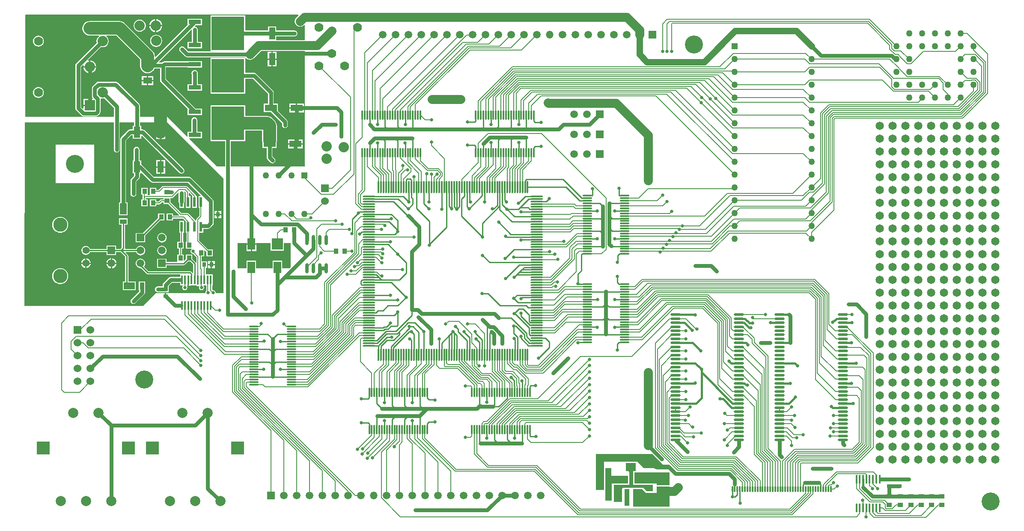
<source format=gtl>
%FSLAX25Y25*%
%MOIN*%
G70*
G01*
G75*
G04 Layer_Physical_Order=1*
G04 Layer_Color=255*
%ADD10O,0.01181X0.07480*%
%ADD11O,0.07480X0.01181*%
%ADD12R,0.07087X0.05118*%
%ADD13R,0.03937X0.03543*%
%ADD14R,0.03543X0.03150*%
%ADD15R,0.03543X0.03937*%
%ADD16R,0.02200X0.07800*%
%ADD17R,0.01400X0.06600*%
%ADD18O,0.02400X0.08000*%
%ADD19R,0.02200X0.05000*%
%ADD20R,0.05118X0.08661*%
%ADD21R,0.01400X0.07100*%
%ADD22O,0.07874X0.01969*%
%ADD23O,0.10000X0.01181*%
%ADD24O,0.01181X0.10000*%
%ADD25R,0.05118X0.09449*%
%ADD26R,0.09449X0.05118*%
%ADD27R,0.06299X0.06299*%
%ADD28R,0.09800X0.03700*%
%ADD29R,0.25700X0.26400*%
%ADD30R,0.01181X0.04724*%
%ADD31O,0.01181X0.04724*%
%ADD32R,0.05906X0.09055*%
%ADD33R,0.09055X0.09055*%
%ADD34R,0.05118X0.05906*%
%ADD35R,0.03150X0.03543*%
%ADD36R,0.08661X0.05512*%
%ADD37R,0.03543X0.05512*%
%ADD38R,0.05512X0.03543*%
%ADD39R,0.05512X0.08661*%
%ADD40C,0.00800*%
%ADD41C,0.07000*%
%ADD42C,0.01000*%
%ADD43C,0.03000*%
%ADD44C,0.10000*%
%ADD45C,0.01500*%
%ADD46C,0.05000*%
%ADD47C,0.07000*%
%ADD48C,0.05000*%
%ADD49R,0.05000X0.05000*%
%ADD50C,0.08000*%
%ADD51C,0.06000*%
%ADD52R,0.06000X0.06000*%
%ADD53R,0.09843X0.09843*%
%ADD54C,0.07874*%
%ADD55R,0.05906X0.05906*%
%ADD56C,0.05906*%
%ADD57O,0.05945X0.05906*%
%ADD58R,0.08000X0.08000*%
%ADD59R,0.05000X0.05000*%
%ADD60R,0.05906X0.05906*%
%ADD61C,0.11000*%
%ADD62C,0.05500*%
%ADD63C,0.06500*%
%ADD64C,0.14000*%
%ADD65C,0.02500*%
G36*
X597500Y145000D02*
X602500D01*
Y141500D01*
X592500D01*
X590000Y142500D01*
X582500D01*
X577500Y147500D01*
X551500D01*
Y125500D01*
X545000D01*
Y153500D01*
X589000D01*
X597500Y145000D01*
D02*
G37*
G36*
X313447Y495138D02*
X311805Y493496D01*
X311131Y492618D01*
X310708Y491596D01*
X310564Y490500D01*
X310708Y489404D01*
X311131Y488382D01*
X311805Y487504D01*
X312682Y486831D01*
X313704Y486408D01*
X314800Y486264D01*
X315896Y486408D01*
X316918Y486831D01*
X317795Y487504D01*
X318138Y487847D01*
X318600Y487656D01*
Y475836D01*
X296259D01*
Y478796D01*
X310302D01*
X310500Y478757D01*
X311358Y478928D01*
X312086Y479414D01*
X312572Y480142D01*
X312743Y481000D01*
X312572Y481858D01*
X312086Y482586D01*
X312047Y482625D01*
X311319Y483112D01*
X310461Y483283D01*
X296259D01*
Y486464D01*
X289741D01*
Y483243D01*
X272150D01*
Y494900D01*
X245050D01*
Y467100D01*
D01*
Y467100D01*
X244893Y466943D01*
X227829D01*
X224486Y470286D01*
X223758Y470772D01*
X222900Y470943D01*
X222042Y470772D01*
X221314Y470286D01*
X220828Y469558D01*
X220657Y468700D01*
X220828Y467842D01*
X221314Y467114D01*
X225314Y463114D01*
X226042Y462628D01*
X226900Y462457D01*
X271791D01*
X272055Y462032D01*
X271989Y461900D01*
X245050D01*
Y434100D01*
X272150D01*
Y445757D01*
X278071D01*
X289718Y434110D01*
Y426259D01*
X286536D01*
Y419741D01*
X292047D01*
X300757Y411031D01*
Y409500D01*
X300928Y408642D01*
X301414Y407914D01*
X302142Y407428D01*
X303000Y407257D01*
X303858Y407428D01*
X304586Y407914D01*
X305072Y408642D01*
X305243Y409500D01*
Y411961D01*
X305072Y412819D01*
X304586Y413547D01*
X297385Y420748D01*
Y426259D01*
X294204D01*
Y435039D01*
X294033Y435898D01*
X293547Y436625D01*
X280586Y449586D01*
X279858Y450072D01*
X279000Y450243D01*
X272150D01*
Y461649D01*
X272427Y461743D01*
X272427D01*
X272623Y461810D01*
X272705Y461704D01*
X273582Y461031D01*
X274604Y460608D01*
X275700Y460464D01*
X276796Y460608D01*
X277818Y461031D01*
X278696Y461704D01*
X284355Y467364D01*
X318600D01*
Y378300D01*
X318900Y378000D01*
X318300Y377400D01*
X260843D01*
Y397100D01*
X272150D01*
Y405251D01*
X285211D01*
Y397500D01*
X285407Y396012D01*
X285536Y395701D01*
Y391741D01*
X288718D01*
Y384439D01*
X288888Y383581D01*
X289374Y382853D01*
X289374Y382853D01*
X289374D01*
Y382853D01*
X289374Y382853D01*
X291714Y380514D01*
X292442Y380028D01*
X293300Y379857D01*
X294158Y380028D01*
X294886Y380514D01*
X295372Y381242D01*
X295543Y382100D01*
X295372Y382958D01*
X294886Y383686D01*
X293204Y385368D01*
Y391741D01*
X296385D01*
Y395701D01*
X296514Y396012D01*
X296710Y397500D01*
Y409000D01*
X296514Y410488D01*
X295940Y411875D01*
X295026Y413065D01*
X293026Y415065D01*
X291835Y415979D01*
X290449Y416553D01*
X288961Y416749D01*
X272150D01*
Y424900D01*
X245050D01*
Y397100D01*
X256357D01*
Y377400D01*
X250100D01*
X228512Y398988D01*
X228703Y399450D01*
X238350D01*
Y404550D01*
X234743D01*
Y413500D01*
X234572Y414358D01*
X234086Y415086D01*
X233358Y415572D01*
X232500Y415743D01*
X231642Y415572D01*
X230914Y415086D01*
X230428Y414358D01*
X230257Y413500D01*
Y404550D01*
X227150D01*
Y401003D01*
X226688Y400812D01*
X211600Y415900D01*
X189991D01*
Y424652D01*
X189991Y424652D01*
X189991Y424652D01*
Y424652D01*
X189991D01*
X189991Y424652D01*
X189820Y425510D01*
X189334Y426238D01*
X172786Y442786D01*
X172058Y443272D01*
X171200Y443443D01*
X157700D01*
X156842Y443272D01*
X156114Y442786D01*
X153214Y439886D01*
X152728Y439158D01*
X152557Y438300D01*
Y432432D01*
X152728Y431573D01*
X153214Y430846D01*
X153214Y430846D01*
X153214Y430846D01*
Y430846D01*
X153214Y430846D01*
X153598Y430462D01*
X153406Y430000D01*
X151500D01*
Y425000D01*
X151000D01*
Y424500D01*
X146000D01*
Y422714D01*
X145538Y422523D01*
X144243Y423818D01*
Y455071D01*
X145677Y456505D01*
X146126Y456284D01*
X146023Y455500D01*
X150500D01*
Y459977D01*
X149716Y459874D01*
X149495Y460323D01*
X159646Y470474D01*
X159773Y470421D01*
X161000Y470259D01*
X162227Y470421D01*
X163370Y470894D01*
X164352Y471648D01*
X165105Y472630D01*
X165579Y473773D01*
X165741Y475000D01*
X165579Y476227D01*
X165105Y477370D01*
X164352Y478352D01*
X163798Y478777D01*
X163959Y479251D01*
X171719D01*
X190251Y460719D01*
Y455709D01*
X190447Y454221D01*
X191021Y452834D01*
X191935Y451643D01*
X193125Y450730D01*
X194512Y450155D01*
X196000Y449960D01*
X197488Y450155D01*
X198875Y450730D01*
X200065Y451643D01*
X200979Y452834D01*
X201361Y453757D01*
X205757D01*
Y444750D01*
X205928Y443892D01*
X206414Y443164D01*
X206414Y443164D01*
X206414D01*
Y443164D01*
X206414Y443164D01*
X227150Y422428D01*
Y417450D01*
X238350D01*
Y422550D01*
X233372D01*
X210243Y445679D01*
Y454757D01*
X227150D01*
Y454450D01*
X238350D01*
Y459550D01*
X227150D01*
Y459243D01*
X209000D01*
X208142Y459072D01*
X207414Y458586D01*
X207071Y458243D01*
X204819D01*
X204627Y458705D01*
X230045Y484123D01*
X230507Y483931D01*
Y474550D01*
X227150D01*
Y469450D01*
X238350D01*
Y474550D01*
X234993D01*
Y484000D01*
X234822Y484858D01*
X234336Y485586D01*
X233608Y486072D01*
X232783Y486237D01*
X232637Y486715D01*
X233372Y487450D01*
X238350D01*
Y492550D01*
X227150D01*
Y487572D01*
X202211Y462633D01*
X201749Y462825D01*
Y463100D01*
X201553Y464588D01*
X201315Y465162D01*
X200979Y465975D01*
X200065Y467165D01*
X178165Y489065D01*
X176975Y489979D01*
X175588Y490553D01*
X174100Y490749D01*
X151000D01*
X149512Y490553D01*
X148125Y489979D01*
X146935Y489065D01*
X146021Y487875D01*
X145447Y486488D01*
X145251Y485000D01*
X145447Y483512D01*
X146021Y482125D01*
X146935Y480935D01*
X148125Y480021D01*
X149512Y479447D01*
X151000Y479251D01*
X158041D01*
X158202Y478777D01*
X157648Y478352D01*
X156895Y477370D01*
X156421Y476227D01*
X156259Y475000D01*
X156421Y473773D01*
X156474Y473646D01*
X140414Y457586D01*
X139928Y456858D01*
X139757Y456000D01*
Y422889D01*
X139928Y422030D01*
X140414Y421303D01*
X140414Y421303D01*
X140414Y421303D01*
Y421303D01*
X140414Y421303D01*
X144503Y417214D01*
X144503Y417214D01*
X144503D01*
X144503Y417214D01*
X144503D01*
X144503Y417214D01*
Y417214D01*
Y417214D01*
D01*
D01*
X144503D01*
Y417214D01*
X145230Y416728D01*
X146089Y416557D01*
X155911D01*
X156770Y416728D01*
X157497Y417214D01*
X157497Y417214D01*
X157497Y417214D01*
X158786Y418503D01*
X159272Y419230D01*
X159443Y420089D01*
Y430032D01*
X159439Y430055D01*
X159780Y430420D01*
X161000Y430259D01*
X162227Y430421D01*
X162354Y430474D01*
X169757Y423071D01*
Y415900D01*
X100900D01*
X100801Y495246D01*
X101154Y495600D01*
X313256D01*
X313447Y495138D01*
D02*
G37*
G36*
X307600Y299072D02*
X306628Y298100D01*
X300653D01*
Y304117D01*
X293347D01*
Y298100D01*
X280574D01*
Y304117D01*
X273269D01*
Y298100D01*
X266200D01*
Y317759D01*
X266300Y317800D01*
Y317800D01*
X266300Y317800D01*
X272969D01*
Y317500D01*
X280874D01*
Y317800D01*
X291772D01*
Y311772D01*
X302228D01*
Y317800D01*
X307600D01*
Y299072D01*
D02*
G37*
G36*
X255100Y368100D02*
Y278600D01*
X249303D01*
X248986Y278987D01*
X248988Y279000D01*
X248837Y279761D01*
X248406Y280406D01*
X247761Y280837D01*
X247000Y280988D01*
X246758Y280940D01*
X246372Y281257D01*
Y284800D01*
X246650D01*
Y293300D01*
X241366D01*
Y298528D01*
X242519D01*
Y303472D01*
X238122D01*
Y307331D01*
X240125D01*
Y311982D01*
X240587Y312173D01*
X241875Y310886D01*
Y307331D01*
X246818D01*
Y312668D01*
X243264D01*
X236122Y319811D01*
Y325700D01*
X239300D01*
Y328757D01*
X243000D01*
X243858Y328928D01*
X244586Y329414D01*
X244586Y329414D01*
X244586Y329414D01*
X246830Y331658D01*
X247316Y332386D01*
X247487Y333244D01*
Y337528D01*
X247519D01*
Y342472D01*
X247487D01*
Y349756D01*
X247487Y349756D01*
X247487Y349756D01*
Y349756D01*
X247487D01*
X247487Y349756D01*
X247316Y350614D01*
X247126Y350899D01*
X247072Y351170D01*
X246586Y351897D01*
X229897Y368586D01*
X229170Y369072D01*
X228311Y369243D01*
X200929D01*
X191586Y378586D01*
X191007Y378973D01*
Y382031D01*
X189743D01*
Y390500D01*
X189572Y391358D01*
X189086Y392086D01*
X188358Y392572D01*
X187500Y392743D01*
X186642Y392572D01*
X185914Y392086D01*
X185428Y391358D01*
X185257Y390500D01*
Y382031D01*
X184489D01*
Y371969D01*
X185505D01*
Y370177D01*
X183414Y368086D01*
X182928Y367358D01*
X182757Y366500D01*
Y356000D01*
X182928Y355142D01*
X183414Y354414D01*
X184142Y353928D01*
X185000Y353757D01*
X185858Y353928D01*
X186586Y354414D01*
X187072Y355142D01*
X187243Y356000D01*
Y365571D01*
X189334Y367662D01*
X189334Y367662D01*
X189334Y367662D01*
X189820Y368390D01*
X189991Y369248D01*
Y371969D01*
X191007D01*
Y372167D01*
X191469Y372359D01*
X198414Y365414D01*
X199142Y364928D01*
X200000Y364757D01*
X227382D01*
X237377Y354762D01*
X237186Y354300D01*
X235700D01*
Y345100D01*
X236379D01*
Y338965D01*
X234207Y336793D01*
X233964Y336429D01*
X233878Y336000D01*
X233878Y336000D01*
Y335278D01*
X233400Y335133D01*
X233293Y335293D01*
X233293Y335293D01*
X227793Y340793D01*
X227429Y341036D01*
X227000Y341122D01*
X227000Y341122D01*
X222118D01*
X213668Y349571D01*
Y352878D01*
X215000D01*
X215000Y352878D01*
X215429Y352964D01*
X215793Y353207D01*
X219739Y357153D01*
X220180Y356918D01*
X220157Y356800D01*
Y349800D01*
X220328Y348942D01*
X220700Y348384D01*
Y345100D01*
X224300D01*
Y348434D01*
X224572Y348842D01*
X224743Y349700D01*
X224643Y350203D01*
Y356800D01*
X224472Y357658D01*
X224312Y357898D01*
X224699Y358215D01*
X225879Y357035D01*
Y354300D01*
X225700D01*
Y345100D01*
X229300D01*
Y354300D01*
X228121D01*
Y356639D01*
X228584Y356830D01*
X230821Y354593D01*
X230700Y354300D01*
X230700D01*
X230700Y354300D01*
Y345100D01*
X234300D01*
Y354300D01*
X233822D01*
X233622Y354500D01*
Y354500D01*
X233622D01*
D01*
D01*
D01*
X233536Y354929D01*
X233293Y355293D01*
X233293Y355293D01*
X226793Y361793D01*
X226429Y362036D01*
X226000Y362122D01*
X226000Y362122D01*
X208000D01*
X208000Y362122D01*
X207571Y362036D01*
X207207Y361793D01*
X204535Y359121D01*
X202818D01*
Y360668D01*
X197875D01*
Y355331D01*
D01*
Y355331D01*
X197665Y355121D01*
X196125D01*
Y355331D01*
X196125D01*
Y360668D01*
X191182D01*
Y355331D01*
X192225D01*
Y353000D01*
X192225Y353000D01*
X192225Y353000D01*
Y351669D01*
X191182D01*
Y346332D01*
X196125D01*
Y351669D01*
X194468D01*
Y352535D01*
X194811Y352878D01*
X208331D01*
Y351775D01*
X206654D01*
X206653Y351775D01*
X206224Y351690D01*
X205860Y351447D01*
X205860Y351447D01*
X204535Y350121D01*
X202818D01*
Y351669D01*
X197875D01*
Y346332D01*
X202818D01*
Y347879D01*
X205000D01*
X205000Y347878D01*
X205429Y347964D01*
X205793Y348207D01*
X207118Y349532D01*
X208331D01*
Y348182D01*
X211885D01*
X220484Y339583D01*
X220293Y339122D01*
X215818D01*
Y340669D01*
X210875D01*
Y335332D01*
X215818D01*
Y336878D01*
X223535D01*
X225700Y334714D01*
Y325700D01*
X226378D01*
Y318669D01*
X225875D01*
Y313332D01*
X230245D01*
X230391Y312853D01*
X230144Y312688D01*
X229713Y312043D01*
X229562Y311282D01*
X229713Y310522D01*
X230144Y309877D01*
X230789Y309446D01*
X231459Y309312D01*
X234128Y306643D01*
Y302555D01*
X233650Y302410D01*
X233615Y302462D01*
X230818Y305259D01*
Y308668D01*
X225875D01*
Y305259D01*
X224587Y303971D01*
X224125Y304162D01*
Y308668D01*
X222775D01*
Y313332D01*
X224125D01*
Y318669D01*
X223622D01*
Y325700D01*
X224300D01*
Y334900D01*
X220700D01*
Y325700D01*
X221378D01*
Y318669D01*
X219182D01*
Y313332D01*
X220532D01*
Y308668D01*
X219182D01*
Y303331D01*
X219182D01*
Y303277D01*
X218828Y302923D01*
X210853D01*
Y305553D01*
X203547D01*
Y298247D01*
X210853D01*
Y300477D01*
X224046D01*
X224515Y300570D01*
X224912Y300835D01*
X224912Y300835D01*
X224912Y300835D01*
X227408Y303331D01*
X229285D01*
X231526Y301090D01*
Y294590D01*
X231397Y294503D01*
X231065Y294366D01*
X229965Y295465D01*
X229568Y295730D01*
X229100Y295824D01*
X196774D01*
X193191Y299407D01*
X193691Y300058D01*
X194059Y300946D01*
X194184Y301900D01*
X194059Y302854D01*
X193691Y303742D01*
X193105Y304505D01*
X192342Y305091D01*
X191454Y305459D01*
X190500Y305584D01*
X189546Y305459D01*
X188658Y305091D01*
X187895Y304505D01*
X187309Y303742D01*
X186941Y302854D01*
X186816Y301900D01*
X186941Y300946D01*
X187309Y300058D01*
X187895Y299295D01*
X188658Y298709D01*
X189546Y298341D01*
X190500Y298216D01*
X190872Y298265D01*
X195402Y293735D01*
D01*
X195402D01*
Y293735D01*
D01*
X195402D01*
Y293735D01*
X195402D01*
X195402Y293735D01*
Y293735D01*
X195402Y293735D01*
Y293735D01*
X195799Y293470D01*
X196267Y293376D01*
X221350D01*
Y293300D01*
X221350D01*
Y291293D01*
X214050D01*
X213192Y291122D01*
X212464Y290636D01*
X208414Y286586D01*
X207928Y285858D01*
X207757Y285000D01*
Y284031D01*
X207528D01*
Y283999D01*
X204000D01*
X203142Y283828D01*
X202414Y283342D01*
X201928Y282614D01*
X201757Y281756D01*
X201928Y280897D01*
X202414Y280170D01*
X203142Y279684D01*
X204000Y279513D01*
X207528D01*
Y279481D01*
X212472D01*
Y284031D01*
X212472D01*
X212472Y284299D01*
X214979Y286807D01*
X221350D01*
Y284800D01*
X223327D01*
X223563Y284359D01*
X223163Y283761D01*
X223012Y283000D01*
X223163Y282239D01*
X223594Y281594D01*
X224239Y281163D01*
X225000Y281012D01*
X225761Y281163D01*
X226406Y281594D01*
X226837Y282239D01*
X226988Y283000D01*
X226837Y283761D01*
X226638Y284059D01*
X226873Y284500D01*
X227250D01*
Y289050D01*
X228250D01*
Y284500D01*
X229450D01*
Y284800D01*
X234228D01*
X234457Y284457D01*
X234821Y284214D01*
X235250Y284128D01*
X235679Y284214D01*
X236035Y284451D01*
X236388Y284098D01*
X236163Y283761D01*
X236012Y283000D01*
X236163Y282239D01*
X236594Y281594D01*
X237239Y281163D01*
X238000Y281012D01*
X238761Y281163D01*
X239406Y281594D01*
X239837Y282239D01*
X239988Y283000D01*
X239837Y283761D01*
X239437Y284359D01*
X239673Y284800D01*
X241629D01*
Y280429D01*
X241594Y280406D01*
X241163Y279761D01*
X241012Y279000D01*
X241015Y278987D01*
X240697Y278600D01*
X212772D01*
Y278819D01*
X210500D01*
Y276244D01*
X209500D01*
Y278819D01*
X207228D01*
Y278600D01*
X202500D01*
X192700Y268800D01*
X100454D01*
X100101Y269154D01*
X100400Y411600D01*
X169757D01*
Y390500D01*
X169928Y389642D01*
X170414Y388914D01*
X171142Y388428D01*
X172000Y388257D01*
X172858Y388428D01*
X173586Y388914D01*
X174072Y389642D01*
X174243Y390500D01*
Y411600D01*
X185505D01*
Y409031D01*
X184489D01*
Y406243D01*
X182500D01*
X181642Y406072D01*
X180914Y405586D01*
X175414Y400086D01*
X174928Y399358D01*
X174757Y398500D01*
Y349550D01*
X173644D01*
Y339489D01*
X180556D01*
Y349550D01*
X179243D01*
Y397571D01*
X183429Y401757D01*
X184489D01*
Y398969D01*
X191007D01*
Y401180D01*
X191468Y401373D01*
X220824Y372403D01*
X221555Y371922D01*
X222415Y371757D01*
X223272Y371933D01*
X223997Y372424D01*
X224478Y373155D01*
X224643Y374015D01*
X224467Y374872D01*
X223976Y375597D01*
X193576Y405597D01*
X193216Y405833D01*
X192858Y406072D01*
X192851Y406074D01*
X192845Y406078D01*
X192422Y406159D01*
X192000Y406243D01*
X191007D01*
Y409031D01*
X189991D01*
Y411600D01*
X211600D01*
X255100Y368100D01*
D02*
G37*
G36*
X602500Y129000D02*
X592500D01*
Y130500D01*
X575000D01*
Y139000D01*
X602500D01*
Y129000D01*
D02*
G37*
G36*
X557000Y136500D02*
X570000D01*
Y130500D01*
X557500D01*
Y117000D01*
X552500D01*
Y142500D01*
X557000D01*
Y136500D01*
D02*
G37*
G36*
X571000Y113000D02*
X567500D01*
Y126000D01*
X571000D01*
Y113000D01*
D02*
G37*
G36*
X576000Y140000D02*
X574000D01*
Y129500D01*
X589500D01*
Y124500D01*
X584500D01*
X582000Y127000D01*
X566000D01*
X565500Y126500D01*
Y116000D01*
X559000D01*
Y129500D01*
X571000D01*
Y139500D01*
X570500Y140000D01*
X568500D01*
Y146500D01*
X576000D01*
Y140000D01*
D02*
G37*
G36*
X602500Y112500D02*
X574000D01*
Y126000D01*
X581000D01*
X584000Y123000D01*
X592500D01*
Y128000D01*
X602500D01*
Y112500D01*
D02*
G37*
%LPC*%
G36*
X207200Y325584D02*
X206246Y325459D01*
X205358Y325091D01*
X204595Y324505D01*
X204009Y323742D01*
X203641Y322854D01*
X203516Y321900D01*
X203641Y320946D01*
X204009Y320058D01*
X204595Y319295D01*
X205358Y318709D01*
X206246Y318341D01*
X207200Y318216D01*
X208154Y318341D01*
X209042Y318709D01*
X209805Y319295D01*
X210391Y320058D01*
X210759Y320946D01*
X210884Y321900D01*
X210759Y322854D01*
X210391Y323742D01*
X209805Y324505D01*
X209042Y325091D01*
X208154Y325459D01*
X207200Y325584D01*
D02*
G37*
G36*
X128000Y338230D02*
X126785Y338110D01*
X125616Y337756D01*
X124539Y337180D01*
X123595Y336405D01*
X122820Y335461D01*
X122244Y334384D01*
X121890Y333215D01*
X121770Y332000D01*
X121890Y330785D01*
X122244Y329616D01*
X122820Y328539D01*
X123595Y327595D01*
X124539Y326820D01*
X125616Y326244D01*
X126785Y325890D01*
X128000Y325770D01*
X129215Y325890D01*
X130384Y326244D01*
X131461Y326820D01*
X132405Y327595D01*
X133180Y328539D01*
X133756Y329616D01*
X134110Y330785D01*
X134230Y332000D01*
X134110Y333215D01*
X133756Y334384D01*
X133180Y335461D01*
X132405Y336405D01*
X131461Y337180D01*
X130384Y337756D01*
X129215Y338110D01*
X128000Y338230D01*
D02*
G37*
G36*
X209125Y340669D02*
X204182D01*
Y337259D01*
X192476Y325553D01*
X186847D01*
Y318247D01*
X194153D01*
Y323769D01*
X205715Y335332D01*
X209125D01*
Y340669D01*
D02*
G37*
G36*
X276421Y316500D02*
X272969D01*
Y311472D01*
X276421D01*
Y316500D01*
D02*
G37*
G36*
X280874D02*
X277421D01*
Y311472D01*
X280874D01*
Y316500D01*
D02*
G37*
G36*
X180556Y336952D02*
X173644D01*
Y332009D01*
X175876D01*
Y314107D01*
X174993Y313224D01*
X171553D01*
Y315653D01*
X164247D01*
Y313224D01*
X151227D01*
X151014Y313740D01*
X150461Y314461D01*
X149740Y315014D01*
X148901Y315361D01*
X148000Y315480D01*
X147099Y315361D01*
X146260Y315014D01*
X145539Y314461D01*
X144986Y313740D01*
X144639Y312901D01*
X144520Y312000D01*
X144639Y311099D01*
X144986Y310260D01*
X145539Y309539D01*
X146260Y308986D01*
X147099Y308639D01*
X148000Y308520D01*
X148901Y308639D01*
X149740Y308986D01*
X150461Y309539D01*
X151014Y310260D01*
X151227Y310776D01*
X164247D01*
Y308347D01*
X171553D01*
Y310776D01*
X174993D01*
X178584Y307186D01*
Y287856D01*
X176650D01*
Y280944D01*
X186711D01*
Y287856D01*
X181030D01*
Y307693D01*
X180937Y308161D01*
X180672Y308558D01*
X178916Y310315D01*
X179107Y310776D01*
X187012D01*
X187309Y310058D01*
X187895Y309295D01*
X188658Y308709D01*
X189546Y308341D01*
X190500Y308216D01*
X191454Y308341D01*
X192342Y308709D01*
X193105Y309295D01*
X193691Y310058D01*
X194059Y310946D01*
X194184Y311900D01*
X194059Y312854D01*
X193691Y313742D01*
X193105Y314505D01*
X192342Y315091D01*
X191454Y315459D01*
X190500Y315584D01*
X189546Y315459D01*
X188658Y315091D01*
X187895Y314505D01*
X187309Y313742D01*
X187094Y313224D01*
X178632D01*
X178323Y313600D01*
X178323D01*
X178323Y313600D01*
Y313600D01*
Y332009D01*
X180556D01*
Y336952D01*
D02*
G37*
G36*
X154500Y394500D02*
X124500D01*
Y364500D01*
X154500D01*
Y394500D01*
D02*
G37*
G36*
X205752Y376500D02*
X202693D01*
Y371669D01*
X205752D01*
Y376500D01*
D02*
G37*
G36*
X209811D02*
X206752D01*
Y371669D01*
X209811D01*
Y376500D01*
D02*
G37*
G36*
X253331Y342772D02*
X251256D01*
Y340500D01*
X253331D01*
Y342772D01*
D02*
G37*
G36*
X250256Y339500D02*
X248181D01*
Y337228D01*
X250256D01*
Y339500D01*
D02*
G37*
G36*
X253331D02*
X251256D01*
Y337228D01*
X253331D01*
Y339500D01*
D02*
G37*
G36*
X250256Y342772D02*
X248181D01*
Y340500D01*
X250256D01*
Y342772D01*
D02*
G37*
G36*
X245256Y300500D02*
X243181D01*
Y298228D01*
X245256D01*
Y300500D01*
D02*
G37*
G36*
X248331D02*
X246256D01*
Y298228D01*
X248331D01*
Y300500D01*
D02*
G37*
G36*
X147500Y301500D02*
X144283D01*
X144346Y301021D01*
X144724Y300109D01*
X145326Y299325D01*
X146109Y298724D01*
X147021Y298346D01*
X147500Y298284D01*
Y301500D01*
D02*
G37*
G36*
X171821D02*
X168400D01*
Y298079D01*
X168932Y298149D01*
X169893Y298547D01*
X170719Y299181D01*
X171353Y300007D01*
X171751Y300968D01*
X171821Y301500D01*
D02*
G37*
G36*
X194191Y287856D02*
X189248D01*
Y280944D01*
X189477D01*
Y280149D01*
X183414Y274086D01*
X182928Y273358D01*
X182757Y272500D01*
X182928Y271642D01*
X183414Y270914D01*
X184142Y270428D01*
X185000Y270257D01*
X185858Y270428D01*
X186586Y270914D01*
X193306Y277634D01*
X193306Y277634D01*
X193306Y277634D01*
X193792Y278361D01*
X193963Y279220D01*
Y280944D01*
X194191D01*
Y287856D01*
D02*
G37*
G36*
X128000Y298230D02*
X126785Y298110D01*
X125616Y297756D01*
X124539Y297180D01*
X123595Y296405D01*
X122820Y295461D01*
X122244Y294384D01*
X121890Y293215D01*
X121770Y292000D01*
X121890Y290785D01*
X122244Y289616D01*
X122820Y288539D01*
X123595Y287595D01*
X124539Y286820D01*
X125616Y286244D01*
X126785Y285890D01*
X128000Y285770D01*
X129215Y285890D01*
X130384Y286244D01*
X131461Y286820D01*
X132405Y287595D01*
X133180Y288539D01*
X133756Y289616D01*
X134110Y290785D01*
X134230Y292000D01*
X134110Y293215D01*
X133756Y294384D01*
X133180Y295461D01*
X132405Y296405D01*
X131461Y297180D01*
X130384Y297756D01*
X129215Y298110D01*
X128000Y298230D01*
D02*
G37*
G36*
X167400Y301500D02*
X163979D01*
X164049Y300968D01*
X164447Y300007D01*
X165081Y299181D01*
X165907Y298547D01*
X166868Y298149D01*
X167400Y298079D01*
Y301500D01*
D02*
G37*
G36*
X151716D02*
X148500D01*
Y298284D01*
X148979Y298346D01*
X149891Y298724D01*
X150674Y299325D01*
X151276Y300109D01*
X151654Y301021D01*
X151716Y301500D01*
D02*
G37*
G36*
X167400Y305921D02*
X166868Y305851D01*
X165907Y305453D01*
X165081Y304819D01*
X164447Y303993D01*
X164049Y303032D01*
X163979Y302500D01*
X167400D01*
Y305921D01*
D02*
G37*
G36*
X168400D02*
Y302500D01*
X171821D01*
X171751Y303032D01*
X171353Y303993D01*
X170719Y304819D01*
X169893Y305453D01*
X168932Y305851D01*
X168400Y305921D01*
D02*
G37*
G36*
X207200Y315584D02*
X206246Y315459D01*
X205358Y315091D01*
X204595Y314505D01*
X204009Y313742D01*
X203641Y312854D01*
X203516Y311900D01*
X203641Y310946D01*
X204009Y310058D01*
X204595Y309295D01*
X205358Y308709D01*
X206246Y308341D01*
X207200Y308216D01*
X208154Y308341D01*
X209042Y308709D01*
X209805Y309295D01*
X210391Y310058D01*
X210759Y310946D01*
X210884Y311900D01*
X210759Y312854D01*
X210391Y313742D01*
X209805Y314505D01*
X209042Y315091D01*
X208154Y315459D01*
X207200Y315584D01*
D02*
G37*
G36*
X148500Y305716D02*
Y302500D01*
X151716D01*
X151654Y302979D01*
X151276Y303891D01*
X150674Y304675D01*
X149891Y305276D01*
X148979Y305654D01*
X148500Y305716D01*
D02*
G37*
G36*
X245256Y303772D02*
X243181D01*
Y301500D01*
X245256D01*
Y303772D01*
D02*
G37*
G36*
X248331D02*
X246256D01*
Y301500D01*
X248331D01*
Y303772D01*
D02*
G37*
G36*
X147500Y305716D02*
X147021Y305654D01*
X146109Y305276D01*
X145326Y304675D01*
X144724Y303891D01*
X144346Y302979D01*
X144283Y302500D01*
X147500D01*
Y305716D01*
D02*
G37*
G36*
X292500Y460461D02*
X289441D01*
Y455236D01*
X292500D01*
Y460461D01*
D02*
G37*
G36*
X155977Y454500D02*
X151500D01*
Y450023D01*
X152305Y450129D01*
X153522Y450632D01*
X154566Y451434D01*
X155368Y452478D01*
X155871Y453695D01*
X155977Y454500D01*
D02*
G37*
G36*
X151500Y459977D02*
Y455500D01*
X155977D01*
X155871Y456305D01*
X155368Y457522D01*
X154566Y458566D01*
X153522Y459368D01*
X152305Y459871D01*
X151500Y459977D01*
D02*
G37*
G36*
X296559Y460461D02*
X293500D01*
Y455236D01*
X296559D01*
Y460461D01*
D02*
G37*
G36*
X195500Y447850D02*
X191457D01*
Y444791D01*
X195500D01*
Y447850D01*
D02*
G37*
G36*
X200543Y443791D02*
X196500D01*
Y440732D01*
X200543D01*
Y443791D01*
D02*
G37*
G36*
X150500Y454500D02*
X146023D01*
X146129Y453695D01*
X146633Y452478D01*
X147434Y451434D01*
X148478Y450632D01*
X149695Y450129D01*
X150500Y450023D01*
Y454500D01*
D02*
G37*
G36*
X200543Y447850D02*
X196500D01*
Y444791D01*
X200543D01*
Y447850D01*
D02*
G37*
G36*
X292500Y466685D02*
X289441D01*
Y461461D01*
X292500D01*
Y466685D01*
D02*
G37*
G36*
X189900Y491841D02*
X188673Y491679D01*
X187530Y491206D01*
X186548Y490452D01*
X185795Y489470D01*
X185321Y488327D01*
X185159Y487100D01*
X185321Y485873D01*
X185795Y484730D01*
X186548Y483748D01*
X187530Y482995D01*
X188673Y482521D01*
X189900Y482359D01*
X191127Y482521D01*
X192270Y482995D01*
X193252Y483748D01*
X194005Y484730D01*
X194479Y485873D01*
X194641Y487100D01*
X194479Y488327D01*
X194005Y489470D01*
X193252Y490452D01*
X192270Y491206D01*
X191127Y491679D01*
X189900Y491841D01*
D02*
G37*
G36*
X207377Y486600D02*
X202900D01*
Y482123D01*
X203705Y482229D01*
X204922Y482732D01*
X205966Y483534D01*
X206768Y484578D01*
X207271Y485795D01*
X207377Y486600D01*
D02*
G37*
G36*
X202900Y492077D02*
Y487600D01*
X207377D01*
X207271Y488405D01*
X206768Y489622D01*
X205966Y490666D01*
X204922Y491468D01*
X203705Y491971D01*
X202900Y492077D01*
D02*
G37*
G36*
X201900D02*
X201095Y491971D01*
X199878Y491468D01*
X198834Y490666D01*
X198032Y489622D01*
X197529Y488405D01*
X197423Y487600D01*
X201900D01*
Y492077D01*
D02*
G37*
G36*
X202700Y480041D02*
X201473Y479879D01*
X200330Y479405D01*
X199348Y478652D01*
X198595Y477670D01*
X198121Y476527D01*
X197959Y475300D01*
X198121Y474073D01*
X198595Y472930D01*
X199348Y471948D01*
X200330Y471195D01*
X201473Y470721D01*
X202700Y470559D01*
X203927Y470721D01*
X205070Y471195D01*
X206052Y471948D01*
X206805Y472930D01*
X207279Y474073D01*
X207441Y475300D01*
X207279Y476527D01*
X206805Y477670D01*
X206052Y478652D01*
X205070Y479405D01*
X203927Y479879D01*
X202700Y480041D01*
D02*
G37*
G36*
X296559Y466685D02*
X293500D01*
Y461461D01*
X296559D01*
Y466685D01*
D02*
G37*
G36*
X201900Y486600D02*
X197423D01*
X197529Y485795D01*
X198032Y484578D01*
X198834Y483534D01*
X199878Y482732D01*
X201095Y482229D01*
X201900Y482123D01*
Y486600D01*
D02*
G37*
G36*
X111000Y479236D02*
X109904Y479092D01*
X108882Y478669D01*
X108004Y477995D01*
X107331Y477118D01*
X106908Y476096D01*
X106764Y475000D01*
X106908Y473904D01*
X107331Y472882D01*
X108004Y472005D01*
X108882Y471331D01*
X109904Y470908D01*
X111000Y470764D01*
X112096Y470908D01*
X113118Y471331D01*
X113996Y472005D01*
X114669Y472882D01*
X115092Y473904D01*
X115236Y475000D01*
X115092Y476096D01*
X114669Y477118D01*
X113996Y477995D01*
X113118Y478669D01*
X112096Y479092D01*
X111000Y479236D01*
D02*
G37*
G36*
X195500Y443791D02*
X191457D01*
Y440732D01*
X195500D01*
Y443791D01*
D02*
G37*
G36*
X316764Y398559D02*
X311539D01*
Y395500D01*
X316764D01*
Y398559D01*
D02*
G37*
G36*
X310539D02*
X305315D01*
Y395500D01*
X310539D01*
Y398559D01*
D02*
G37*
G36*
X209811Y403500D02*
X206752D01*
Y398669D01*
X209811D01*
Y403500D01*
D02*
G37*
G36*
X205752D02*
X202693D01*
Y398669D01*
X205752D01*
Y403500D01*
D02*
G37*
G36*
X209811Y382331D02*
X206752D01*
Y377500D01*
X209811D01*
Y382331D01*
D02*
G37*
G36*
X205752D02*
X202693D01*
Y377500D01*
X205752D01*
Y382331D01*
D02*
G37*
G36*
X316764Y394500D02*
X311539D01*
Y391441D01*
X316764D01*
Y394500D01*
D02*
G37*
G36*
X310539D02*
X305315D01*
Y391441D01*
X310539D01*
Y394500D01*
D02*
G37*
G36*
X205752Y409331D02*
X202693D01*
Y404500D01*
X205752D01*
Y409331D01*
D02*
G37*
G36*
X150500Y430000D02*
X146000D01*
Y425500D01*
X150500D01*
Y430000D01*
D02*
G37*
G36*
X317764Y426559D02*
X312539D01*
Y423500D01*
X317764D01*
Y426559D01*
D02*
G37*
G36*
X232750Y452493D02*
X231892Y452322D01*
X231164Y451836D01*
X230914Y451586D01*
X230428Y450858D01*
X230257Y450000D01*
X230428Y449142D01*
X230507Y449023D01*
Y441550D01*
X227150D01*
Y436450D01*
X238350D01*
Y441550D01*
X234993D01*
Y450250D01*
X234822Y451108D01*
X234336Y451836D01*
X233608Y452322D01*
X232750Y452493D01*
D02*
G37*
G36*
X111000Y439236D02*
X109904Y439092D01*
X108882Y438669D01*
X108004Y437995D01*
X107331Y437118D01*
X106908Y436096D01*
X106764Y435000D01*
X106908Y433904D01*
X107331Y432882D01*
X108004Y432004D01*
X108882Y431331D01*
X109904Y430908D01*
X111000Y430764D01*
X112096Y430908D01*
X113118Y431331D01*
X113996Y432004D01*
X114669Y432882D01*
X115092Y433904D01*
X115236Y435000D01*
X115092Y436096D01*
X114669Y437118D01*
X113996Y437995D01*
X113118Y438669D01*
X112096Y439092D01*
X111000Y439236D01*
D02*
G37*
G36*
X311539Y422500D02*
X306315D01*
Y419441D01*
X311539D01*
Y422500D01*
D02*
G37*
G36*
X209811Y409331D02*
X206752D01*
Y404500D01*
X209811D01*
Y409331D01*
D02*
G37*
G36*
X311539Y426559D02*
X306315D01*
Y423500D01*
X311539D01*
Y426559D01*
D02*
G37*
G36*
X317764Y422500D02*
X312539D01*
Y419441D01*
X317764D01*
Y422500D01*
D02*
G37*
%LPD*%
D10*
X493700Y172266D02*
D03*
X491732D02*
D03*
X489763D02*
D03*
X487794D02*
D03*
X485826D02*
D03*
X483857D02*
D03*
X481889D02*
D03*
X479920D02*
D03*
X477952D02*
D03*
X475983D02*
D03*
X474015D02*
D03*
X472047D02*
D03*
X470078D02*
D03*
X468110D02*
D03*
X466141D02*
D03*
X464173D02*
D03*
X462204D02*
D03*
X460236D02*
D03*
X458267D02*
D03*
X456298D02*
D03*
X454330D02*
D03*
X452361D02*
D03*
X450393D02*
D03*
X448424D02*
D03*
Y201400D02*
D03*
X491732D02*
D03*
X493700D02*
D03*
X450393D02*
D03*
X452361D02*
D03*
X454330D02*
D03*
X456298D02*
D03*
X458267D02*
D03*
X460236D02*
D03*
X462204D02*
D03*
X464173D02*
D03*
X466141D02*
D03*
X468110D02*
D03*
X470078D02*
D03*
X472047D02*
D03*
X474015D02*
D03*
X475983D02*
D03*
X477952D02*
D03*
X479920D02*
D03*
X481889D02*
D03*
X483857D02*
D03*
X485826D02*
D03*
X487794D02*
D03*
X489763D02*
D03*
X363200Y417234D02*
D03*
X365168D02*
D03*
X367137D02*
D03*
X369106D02*
D03*
X371074D02*
D03*
X373042D02*
D03*
X375011D02*
D03*
X376979D02*
D03*
X378948D02*
D03*
X380917D02*
D03*
X382885D02*
D03*
X384854D02*
D03*
X386822D02*
D03*
X388790D02*
D03*
X390759D02*
D03*
X392727D02*
D03*
X394696D02*
D03*
X396665D02*
D03*
X398633D02*
D03*
X400601D02*
D03*
X402570D02*
D03*
X404538D02*
D03*
X406507D02*
D03*
X408475D02*
D03*
Y388100D02*
D03*
X365168D02*
D03*
X363200D02*
D03*
X406507D02*
D03*
X404538D02*
D03*
X402570D02*
D03*
X400601D02*
D03*
X398633D02*
D03*
X396665D02*
D03*
X394696D02*
D03*
X392727D02*
D03*
X390759D02*
D03*
X388790D02*
D03*
X386822D02*
D03*
X384854D02*
D03*
X382885D02*
D03*
X380917D02*
D03*
X378948D02*
D03*
X376979D02*
D03*
X375011D02*
D03*
X373042D02*
D03*
X371074D02*
D03*
X369106D02*
D03*
X367137D02*
D03*
X413900Y172266D02*
D03*
X411932D02*
D03*
X409963D02*
D03*
X407995D02*
D03*
X406026D02*
D03*
X404058D02*
D03*
X402089D02*
D03*
X400120D02*
D03*
X398152D02*
D03*
X396183D02*
D03*
X394215D02*
D03*
X392247D02*
D03*
X390278D02*
D03*
X388310D02*
D03*
X386341D02*
D03*
X384372D02*
D03*
X382404D02*
D03*
X380435D02*
D03*
X378467D02*
D03*
X376499D02*
D03*
X374530D02*
D03*
X372562D02*
D03*
X370593D02*
D03*
X368624D02*
D03*
Y201400D02*
D03*
X411932D02*
D03*
X413900D02*
D03*
X370593D02*
D03*
X372562D02*
D03*
X374530D02*
D03*
X376499D02*
D03*
X378467D02*
D03*
X380435D02*
D03*
X382404D02*
D03*
X384372D02*
D03*
X386341D02*
D03*
X388310D02*
D03*
X390278D02*
D03*
X392247D02*
D03*
X394215D02*
D03*
X396183D02*
D03*
X398152D02*
D03*
X400120D02*
D03*
X402089D02*
D03*
X404058D02*
D03*
X406026D02*
D03*
X407995D02*
D03*
X409963D02*
D03*
X451500Y417234D02*
D03*
X453469D02*
D03*
X455437D02*
D03*
X457406D02*
D03*
X459374D02*
D03*
X461342D02*
D03*
X463311D02*
D03*
X465279D02*
D03*
X467248D02*
D03*
X469216D02*
D03*
X471185D02*
D03*
X473153D02*
D03*
X475122D02*
D03*
X477091D02*
D03*
X479059D02*
D03*
X481028D02*
D03*
X482996D02*
D03*
X484965D02*
D03*
X486933D02*
D03*
X488902D02*
D03*
X490870D02*
D03*
X492838D02*
D03*
X494807D02*
D03*
X496775D02*
D03*
Y388100D02*
D03*
X453469D02*
D03*
X451500D02*
D03*
X494807D02*
D03*
X492838D02*
D03*
X490870D02*
D03*
X488902D02*
D03*
X486933D02*
D03*
X484965D02*
D03*
X482996D02*
D03*
X481028D02*
D03*
X479059D02*
D03*
X477091D02*
D03*
X475122D02*
D03*
X473153D02*
D03*
X471185D02*
D03*
X469216D02*
D03*
X467248D02*
D03*
X465279D02*
D03*
X463311D02*
D03*
X461342D02*
D03*
X459374D02*
D03*
X457406D02*
D03*
X455437D02*
D03*
D11*
X567434Y354600D02*
D03*
Y352631D02*
D03*
Y350663D02*
D03*
Y348694D02*
D03*
Y346726D02*
D03*
Y344758D02*
D03*
Y342789D02*
D03*
Y340821D02*
D03*
Y338852D02*
D03*
Y336883D02*
D03*
Y334915D02*
D03*
Y332946D02*
D03*
Y330978D02*
D03*
Y329010D02*
D03*
Y327041D02*
D03*
Y325073D02*
D03*
Y323104D02*
D03*
Y321135D02*
D03*
Y319167D02*
D03*
Y317198D02*
D03*
Y315230D02*
D03*
Y313262D02*
D03*
Y311293D02*
D03*
Y309325D02*
D03*
X538300D02*
D03*
Y352631D02*
D03*
Y354600D02*
D03*
Y311293D02*
D03*
Y313262D02*
D03*
Y315230D02*
D03*
Y317198D02*
D03*
Y319167D02*
D03*
Y321135D02*
D03*
Y323104D02*
D03*
Y325073D02*
D03*
Y327041D02*
D03*
Y329010D02*
D03*
Y330978D02*
D03*
Y332946D02*
D03*
Y334915D02*
D03*
Y336883D02*
D03*
Y338852D02*
D03*
Y340821D02*
D03*
Y342789D02*
D03*
Y344758D02*
D03*
Y346726D02*
D03*
Y348694D02*
D03*
Y350663D02*
D03*
X567434Y285700D02*
D03*
Y283732D02*
D03*
Y281763D02*
D03*
Y279795D02*
D03*
Y277826D02*
D03*
Y275857D02*
D03*
Y273889D02*
D03*
Y271920D02*
D03*
Y269952D02*
D03*
Y267984D02*
D03*
Y266015D02*
D03*
Y264047D02*
D03*
Y262078D02*
D03*
Y260109D02*
D03*
Y258141D02*
D03*
Y256172D02*
D03*
Y254204D02*
D03*
Y252236D02*
D03*
Y250267D02*
D03*
Y248299D02*
D03*
Y246330D02*
D03*
Y244361D02*
D03*
Y242393D02*
D03*
Y240424D02*
D03*
X538300D02*
D03*
Y283732D02*
D03*
Y285700D02*
D03*
Y242393D02*
D03*
Y244361D02*
D03*
Y246330D02*
D03*
Y248299D02*
D03*
Y250267D02*
D03*
Y252236D02*
D03*
Y254204D02*
D03*
Y256172D02*
D03*
Y258141D02*
D03*
Y260109D02*
D03*
Y262078D02*
D03*
Y264047D02*
D03*
Y266015D02*
D03*
Y267984D02*
D03*
Y269952D02*
D03*
Y271920D02*
D03*
Y273889D02*
D03*
Y275857D02*
D03*
Y277826D02*
D03*
Y279795D02*
D03*
Y281763D02*
D03*
X278866Y207500D02*
D03*
Y209469D02*
D03*
Y211437D02*
D03*
Y213405D02*
D03*
Y215374D02*
D03*
Y217342D02*
D03*
Y219311D02*
D03*
Y221280D02*
D03*
Y223248D02*
D03*
Y225217D02*
D03*
Y227185D02*
D03*
Y229153D02*
D03*
Y231122D02*
D03*
Y233090D02*
D03*
Y235059D02*
D03*
Y237028D02*
D03*
Y238996D02*
D03*
Y240965D02*
D03*
Y242933D02*
D03*
Y244901D02*
D03*
Y246870D02*
D03*
Y248838D02*
D03*
Y250807D02*
D03*
Y252776D02*
D03*
X308000D02*
D03*
Y209469D02*
D03*
Y207500D02*
D03*
Y250807D02*
D03*
Y248838D02*
D03*
Y246870D02*
D03*
Y244901D02*
D03*
Y242933D02*
D03*
Y240965D02*
D03*
Y238996D02*
D03*
Y237028D02*
D03*
Y235059D02*
D03*
Y233090D02*
D03*
Y231122D02*
D03*
Y229153D02*
D03*
Y227185D02*
D03*
Y225217D02*
D03*
Y223248D02*
D03*
Y221280D02*
D03*
Y219311D02*
D03*
Y217342D02*
D03*
Y215374D02*
D03*
Y213405D02*
D03*
Y211437D02*
D03*
D12*
X196000Y455709D02*
D03*
Y444291D02*
D03*
D13*
X782000Y113654D02*
D03*
Y120346D02*
D03*
X773500Y113654D02*
D03*
Y120346D02*
D03*
X211000Y357347D02*
D03*
Y350654D02*
D03*
X790500Y120346D02*
D03*
Y113654D02*
D03*
X798500Y120346D02*
D03*
Y113654D02*
D03*
X806500Y120346D02*
D03*
Y113654D02*
D03*
X814500Y120346D02*
D03*
Y113654D02*
D03*
D14*
X781500Y128244D02*
D03*
Y133756D02*
D03*
X773500Y128244D02*
D03*
Y133756D02*
D03*
X210000Y276244D02*
D03*
Y281756D02*
D03*
X587000Y126756D02*
D03*
Y121244D02*
D03*
X572500Y143744D02*
D03*
Y149256D02*
D03*
D15*
X237653Y310000D02*
D03*
X244346D02*
D03*
X228346Y306000D02*
D03*
X221654D02*
D03*
X221654Y316000D02*
D03*
X228346D02*
D03*
X213347Y338000D02*
D03*
X206653D02*
D03*
X193654Y358000D02*
D03*
X200346D02*
D03*
X193654Y349000D02*
D03*
X200346D02*
D03*
X342653Y311500D02*
D03*
X349346D02*
D03*
X303354Y328200D02*
D03*
X310047D02*
D03*
X575846Y115000D02*
D03*
X569153D02*
D03*
X554846Y140000D02*
D03*
X548153D02*
D03*
X561846Y120000D02*
D03*
X555154D02*
D03*
D16*
X222500Y330300D02*
D03*
X227500D02*
D03*
X232500D02*
D03*
X237500D02*
D03*
Y349700D02*
D03*
X232500D02*
D03*
X227500D02*
D03*
X222500D02*
D03*
D17*
X765957Y133600D02*
D03*
X763398D02*
D03*
X760839D02*
D03*
X758280D02*
D03*
X755720D02*
D03*
X753161D02*
D03*
X750602D02*
D03*
X748043D02*
D03*
Y111400D02*
D03*
X750602D02*
D03*
X753161D02*
D03*
X755720D02*
D03*
X758280D02*
D03*
X760839D02*
D03*
X763398D02*
D03*
X765957D02*
D03*
D18*
X320000Y320000D02*
D03*
X335000Y298000D02*
D03*
X330000D02*
D03*
X325000D02*
D03*
X320000D02*
D03*
X325000Y320000D02*
D03*
X330000D02*
D03*
X335000D02*
D03*
D19*
X576250Y123700D02*
D03*
X568750D02*
D03*
Y133300D02*
D03*
X572500D02*
D03*
X576250D02*
D03*
D20*
X206252Y404000D02*
D03*
X187748D02*
D03*
X187748Y377000D02*
D03*
X206252D02*
D03*
D21*
X222750Y268950D02*
D03*
X225250D02*
D03*
X227750D02*
D03*
X230250D02*
D03*
X232750D02*
D03*
X235250D02*
D03*
X237750D02*
D03*
X240250D02*
D03*
X242750D02*
D03*
X245250D02*
D03*
Y289050D02*
D03*
X242750D02*
D03*
X240250D02*
D03*
X237750D02*
D03*
X235250D02*
D03*
X232750D02*
D03*
X230250D02*
D03*
X227750D02*
D03*
X225250D02*
D03*
X222750D02*
D03*
D22*
X607000Y262000D02*
D03*
Y258850D02*
D03*
Y255701D02*
D03*
Y252551D02*
D03*
Y249402D02*
D03*
Y246252D02*
D03*
Y243102D02*
D03*
Y239953D02*
D03*
Y236803D02*
D03*
Y230504D02*
D03*
Y227354D02*
D03*
Y224205D02*
D03*
Y221055D02*
D03*
Y214756D02*
D03*
Y211606D02*
D03*
Y208457D02*
D03*
Y205307D02*
D03*
Y202157D02*
D03*
Y199008D02*
D03*
Y195858D02*
D03*
Y192709D02*
D03*
Y189559D02*
D03*
Y186409D02*
D03*
Y183260D02*
D03*
Y180110D02*
D03*
Y176961D02*
D03*
Y173811D02*
D03*
Y170661D02*
D03*
Y167512D02*
D03*
Y164362D02*
D03*
X656606D02*
D03*
Y167512D02*
D03*
Y170661D02*
D03*
Y173811D02*
D03*
Y176961D02*
D03*
Y180110D02*
D03*
Y183260D02*
D03*
Y186409D02*
D03*
Y192709D02*
D03*
Y195858D02*
D03*
Y199008D02*
D03*
Y202157D02*
D03*
Y205307D02*
D03*
Y208457D02*
D03*
Y211606D02*
D03*
Y214756D02*
D03*
Y217906D02*
D03*
Y221055D02*
D03*
Y224205D02*
D03*
Y227354D02*
D03*
Y230504D02*
D03*
Y233654D02*
D03*
Y236803D02*
D03*
Y239953D02*
D03*
Y243102D02*
D03*
Y246252D02*
D03*
Y249402D02*
D03*
Y252551D02*
D03*
Y255701D02*
D03*
Y262000D02*
D03*
Y258850D02*
D03*
Y189559D02*
D03*
X607000Y217906D02*
D03*
Y233654D02*
D03*
X688000Y262000D02*
D03*
Y258850D02*
D03*
Y255701D02*
D03*
Y252551D02*
D03*
Y249402D02*
D03*
Y246252D02*
D03*
Y243102D02*
D03*
Y239953D02*
D03*
Y236803D02*
D03*
Y230504D02*
D03*
Y227354D02*
D03*
Y224205D02*
D03*
Y221055D02*
D03*
Y214756D02*
D03*
Y211606D02*
D03*
Y208457D02*
D03*
Y205307D02*
D03*
Y202157D02*
D03*
Y199008D02*
D03*
Y195858D02*
D03*
Y192709D02*
D03*
Y189559D02*
D03*
Y186409D02*
D03*
Y183260D02*
D03*
Y180110D02*
D03*
Y176961D02*
D03*
Y173811D02*
D03*
Y170661D02*
D03*
Y167512D02*
D03*
Y164362D02*
D03*
X737606D02*
D03*
Y167512D02*
D03*
Y170661D02*
D03*
Y173811D02*
D03*
Y176961D02*
D03*
Y180110D02*
D03*
Y183260D02*
D03*
Y186409D02*
D03*
Y192709D02*
D03*
Y195858D02*
D03*
Y199008D02*
D03*
Y202157D02*
D03*
Y205307D02*
D03*
Y208457D02*
D03*
Y211606D02*
D03*
Y214756D02*
D03*
Y217906D02*
D03*
Y221055D02*
D03*
Y224205D02*
D03*
Y227354D02*
D03*
Y230504D02*
D03*
Y233654D02*
D03*
Y236803D02*
D03*
Y239953D02*
D03*
Y243102D02*
D03*
Y246252D02*
D03*
Y249402D02*
D03*
Y252551D02*
D03*
Y255701D02*
D03*
Y262000D02*
D03*
Y258850D02*
D03*
Y189559D02*
D03*
X688000Y217906D02*
D03*
Y233654D02*
D03*
D23*
X368500Y354000D02*
D03*
X499209D02*
D03*
Y352031D02*
D03*
Y350063D02*
D03*
Y348094D02*
D03*
Y346126D02*
D03*
Y344157D02*
D03*
Y342189D02*
D03*
Y340220D02*
D03*
Y338252D02*
D03*
Y336283D02*
D03*
Y334315D02*
D03*
Y332346D02*
D03*
Y330378D02*
D03*
Y328409D02*
D03*
Y326441D02*
D03*
Y324472D02*
D03*
Y322504D02*
D03*
Y320535D02*
D03*
Y318567D02*
D03*
Y316598D02*
D03*
Y314630D02*
D03*
Y312661D02*
D03*
Y310693D02*
D03*
Y308724D02*
D03*
Y306756D02*
D03*
Y304787D02*
D03*
Y302819D02*
D03*
Y300850D02*
D03*
Y298882D02*
D03*
Y296913D02*
D03*
Y294945D02*
D03*
Y292976D02*
D03*
Y291008D02*
D03*
Y289039D02*
D03*
Y287071D02*
D03*
Y285102D02*
D03*
Y283134D02*
D03*
Y281165D02*
D03*
Y279197D02*
D03*
Y277228D02*
D03*
Y275260D02*
D03*
Y273291D02*
D03*
Y271323D02*
D03*
Y269354D02*
D03*
Y267386D02*
D03*
Y265417D02*
D03*
Y263449D02*
D03*
Y261480D02*
D03*
Y259512D02*
D03*
Y257543D02*
D03*
Y255575D02*
D03*
Y253606D02*
D03*
Y251638D02*
D03*
Y249669D02*
D03*
Y247701D02*
D03*
Y245732D02*
D03*
Y243764D02*
D03*
Y241795D02*
D03*
Y239827D02*
D03*
Y237858D02*
D03*
X368500D02*
D03*
Y239827D02*
D03*
Y241795D02*
D03*
Y243764D02*
D03*
Y245732D02*
D03*
Y247701D02*
D03*
Y249669D02*
D03*
Y251638D02*
D03*
Y253606D02*
D03*
Y255575D02*
D03*
Y257543D02*
D03*
Y259512D02*
D03*
Y261480D02*
D03*
Y263449D02*
D03*
Y265417D02*
D03*
Y267386D02*
D03*
Y269354D02*
D03*
Y271323D02*
D03*
Y273291D02*
D03*
Y275260D02*
D03*
Y277228D02*
D03*
Y279197D02*
D03*
Y281165D02*
D03*
Y283134D02*
D03*
Y285102D02*
D03*
Y287071D02*
D03*
Y289039D02*
D03*
Y291008D02*
D03*
Y292976D02*
D03*
Y294945D02*
D03*
Y296913D02*
D03*
Y298882D02*
D03*
Y300850D02*
D03*
Y302819D02*
D03*
Y304787D02*
D03*
Y306756D02*
D03*
Y308724D02*
D03*
Y310693D02*
D03*
Y312661D02*
D03*
Y314630D02*
D03*
Y316598D02*
D03*
Y318567D02*
D03*
Y320535D02*
D03*
Y322504D02*
D03*
Y324472D02*
D03*
Y326441D02*
D03*
Y328409D02*
D03*
Y330378D02*
D03*
Y332346D02*
D03*
Y334315D02*
D03*
Y336283D02*
D03*
Y338252D02*
D03*
Y340220D02*
D03*
Y342189D02*
D03*
Y344157D02*
D03*
Y346126D02*
D03*
Y348094D02*
D03*
Y350063D02*
D03*
Y352032D02*
D03*
D24*
X491925Y361283D02*
D03*
X489957D02*
D03*
X487988D02*
D03*
X486020D02*
D03*
X484051D02*
D03*
X482083D02*
D03*
X480114D02*
D03*
X478146D02*
D03*
X476177D02*
D03*
X474209D02*
D03*
X472240D02*
D03*
X470272D02*
D03*
X468303D02*
D03*
X466335D02*
D03*
X464366D02*
D03*
X462398D02*
D03*
X460429D02*
D03*
X458461D02*
D03*
X456492D02*
D03*
X454524D02*
D03*
X452555D02*
D03*
X450587D02*
D03*
X448618D02*
D03*
X446650D02*
D03*
X444681D02*
D03*
X442713D02*
D03*
X440744D02*
D03*
X438776D02*
D03*
X436807D02*
D03*
X434839D02*
D03*
X432870D02*
D03*
X430902D02*
D03*
X428933D02*
D03*
X426965D02*
D03*
X424996D02*
D03*
X423028D02*
D03*
X421059D02*
D03*
X419091D02*
D03*
X417122D02*
D03*
X415154D02*
D03*
X413185D02*
D03*
X411217D02*
D03*
X409248D02*
D03*
X407280Y361284D02*
D03*
X405311Y361283D02*
D03*
X403343D02*
D03*
X401374D02*
D03*
X399406D02*
D03*
X397437D02*
D03*
X395469D02*
D03*
X393500D02*
D03*
X391532D02*
D03*
X389563D02*
D03*
X387594D02*
D03*
X385626D02*
D03*
X383657D02*
D03*
X381689D02*
D03*
X379720D02*
D03*
X377752D02*
D03*
X375783D02*
D03*
X491925Y230575D02*
D03*
X489957D02*
D03*
X487988D02*
D03*
X486020D02*
D03*
X484051D02*
D03*
X482083D02*
D03*
X480114D02*
D03*
X478146D02*
D03*
X476177D02*
D03*
X474209D02*
D03*
X472240D02*
D03*
X470272D02*
D03*
X468303D02*
D03*
X466335D02*
D03*
X464366D02*
D03*
X462398D02*
D03*
X460429D02*
D03*
X458461D02*
D03*
X456492D02*
D03*
X454524D02*
D03*
X452555D02*
D03*
X450587D02*
D03*
X448618D02*
D03*
X446650D02*
D03*
X444681D02*
D03*
X442713D02*
D03*
X440744D02*
D03*
X438776D02*
D03*
X436807D02*
D03*
X434839D02*
D03*
X432870D02*
D03*
X430902D02*
D03*
X428933D02*
D03*
X426965D02*
D03*
X424996D02*
D03*
X423028D02*
D03*
X421059D02*
D03*
X419091D02*
D03*
X417122D02*
D03*
X415154D02*
D03*
X413185D02*
D03*
X411217D02*
D03*
X409248D02*
D03*
X407280D02*
D03*
X405311D02*
D03*
X403343D02*
D03*
X401374D02*
D03*
X399406D02*
D03*
X397437D02*
D03*
X395469D02*
D03*
X393500D02*
D03*
X391532D02*
D03*
X389563D02*
D03*
X387595D02*
D03*
X385626D02*
D03*
X383657D02*
D03*
X381689D02*
D03*
X379720D02*
D03*
X377752D02*
D03*
X375783D02*
D03*
D25*
X293000Y460961D02*
D03*
Y481039D02*
D03*
D26*
X311039Y395000D02*
D03*
X290961D02*
D03*
X312039Y423000D02*
D03*
X291961D02*
D03*
D27*
X599100Y124563D02*
D03*
Y132437D02*
D03*
D28*
X232750Y490000D02*
D03*
Y472000D02*
D03*
Y457000D02*
D03*
Y439000D02*
D03*
Y420000D02*
D03*
Y402000D02*
D03*
D29*
X258600Y481000D02*
D03*
Y448000D02*
D03*
Y411000D02*
D03*
D30*
X728000Y126000D02*
D03*
D31*
X726032D02*
D03*
X724063D02*
D03*
X722095D02*
D03*
X720126D02*
D03*
X718158D02*
D03*
X716189D02*
D03*
X714221D02*
D03*
X712252D02*
D03*
X710284D02*
D03*
X708315D02*
D03*
X706347D02*
D03*
X704378D02*
D03*
X702410D02*
D03*
X700441D02*
D03*
X698473D02*
D03*
X696504D02*
D03*
X694536D02*
D03*
X692567D02*
D03*
X690599D02*
D03*
X688700D02*
D03*
X686732D02*
D03*
X684763D02*
D03*
X682795D02*
D03*
X680826D02*
D03*
X678858D02*
D03*
X676889D02*
D03*
X674921D02*
D03*
X672952D02*
D03*
X670984D02*
D03*
X669015D02*
D03*
X667047D02*
D03*
X665078D02*
D03*
X663110D02*
D03*
X661141D02*
D03*
X659173D02*
D03*
X657204D02*
D03*
X655236D02*
D03*
X653267D02*
D03*
X651299D02*
D03*
D32*
X276921Y298890D02*
D03*
X297000D02*
D03*
X276921Y317000D02*
D03*
D33*
X297000D02*
D03*
D34*
X548153Y129500D02*
D03*
X554846D02*
D03*
D35*
X245756Y301000D02*
D03*
X240244D02*
D03*
X245244Y340000D02*
D03*
X250756D02*
D03*
D36*
X181680Y284400D02*
D03*
D37*
X191720D02*
D03*
D38*
X177100Y334480D02*
D03*
X587500Y136980D02*
D03*
D39*
X177100Y344520D02*
D03*
X587500Y147020D02*
D03*
D40*
X356700Y483200D02*
X359300Y485800D01*
X356700Y371500D02*
Y483200D01*
X479900Y201820D02*
Y208643D01*
Y201820D02*
X479920Y201800D01*
X470272Y218271D02*
X479900Y208643D01*
X479600Y216100D02*
X483500Y212200D01*
Y206700D02*
Y212200D01*
Y206700D02*
X483857Y206343D01*
Y201800D02*
Y206343D01*
X485826Y201800D02*
Y208074D01*
X485100Y208800D02*
X485826Y208074D01*
X485100Y208800D02*
Y212800D01*
X492400Y207000D02*
Y211973D01*
X491732Y206331D02*
X492400Y207000D01*
X491732Y201800D02*
Y206331D01*
X490400Y207700D02*
Y211831D01*
X489763Y207063D02*
X490400Y207700D01*
X489763Y201800D02*
Y207063D01*
X483393Y220979D02*
X492400Y211973D01*
X483103Y219128D02*
X490400Y211831D01*
X481272Y219128D02*
X483103D01*
X476177Y224223D02*
X481272Y219128D01*
X478146Y224376D02*
X481542Y220979D01*
X483393D01*
X490000Y216500D02*
X504000D01*
X483927Y222573D02*
X490000Y216500D01*
X480046Y224597D02*
X482070Y222573D01*
X483927D01*
X480300Y217600D02*
X485100Y212800D01*
X477836Y196300D02*
X499800D01*
X478457Y194800D02*
X507800D01*
X479079Y193300D02*
X510800D01*
X462204Y172666D02*
Y176425D01*
X479079Y193300D01*
X460764Y177106D02*
X478457Y194800D01*
X458806Y177106D02*
X460764D01*
X457906Y178606D02*
X460142D01*
X477836Y196300D01*
X479700Y191800D02*
X514300D01*
X464173Y176272D02*
X479700Y191800D01*
X464173Y172666D02*
Y176272D01*
X458267Y176567D02*
X458806Y177106D01*
X458267Y172666D02*
Y176567D01*
X456298Y176998D02*
X457906Y178606D01*
X456298Y172666D02*
Y176998D01*
X483349Y185800D02*
X528300D01*
X482728Y187300D02*
X524800D01*
X482107Y188800D02*
X521300D01*
X481485Y190300D02*
X517800D01*
X474015Y176466D02*
X483349Y185800D01*
X474015Y172666D02*
Y176466D01*
X472047Y176619D02*
X482728Y187300D01*
X472047Y172666D02*
Y176619D01*
X470078Y176771D02*
X482107Y188800D01*
X470078Y172666D02*
Y176771D01*
X468110Y176924D02*
X481485Y190300D01*
X468110Y172666D02*
Y176924D01*
X448300Y172142D02*
X448424Y172266D01*
X448300Y167300D02*
Y172142D01*
X447400Y166400D02*
X448300Y167300D01*
X443300Y166400D02*
X447400D01*
X448424Y201400D02*
Y205875D01*
X447800Y206500D02*
X448424Y205875D01*
X443600Y206500D02*
X447800D01*
X494400Y162300D02*
X534800D01*
X491732Y164969D02*
X494400Y162300D01*
X491732Y164969D02*
Y172666D01*
X534800Y162300D02*
X540000Y167500D01*
X452361Y153639D02*
Y172666D01*
Y153639D02*
X461500Y144500D01*
X477952Y201800D02*
Y208469D01*
X468303Y218118D02*
X477952Y208469D01*
X474564Y216100D02*
X479600D01*
X475185Y217600D02*
X480300D01*
X450393Y153486D02*
Y172666D01*
X480046Y224597D02*
Y230506D01*
X478146Y224376D02*
Y230575D01*
X476177Y224223D02*
Y230575D01*
X491864Y221000D02*
X501500D01*
X489957Y222907D02*
X491864Y221000D01*
X489957Y222907D02*
Y230575D01*
X487988Y222754D02*
Y230575D01*
Y222754D02*
X491243Y219500D01*
X502379D01*
X490621Y218000D02*
X503000D01*
X486020Y222602D02*
X490621Y218000D01*
X486020Y222602D02*
Y230575D01*
X440744Y225577D02*
Y230575D01*
Y225577D02*
X447150Y219171D01*
X442713Y225730D02*
Y230575D01*
Y225730D02*
X448650Y219793D01*
X453027Y219650D02*
X453035D01*
X456564Y216121D01*
X451650Y221027D02*
X453027Y219650D01*
X451650Y221027D02*
Y221035D01*
X456564Y216121D02*
X463379D01*
X454700Y211621D02*
X454721Y211600D01*
X454691Y211621D02*
X454700D01*
X455321Y213121D02*
X455343Y213100D01*
X455313Y213121D02*
X455321D01*
X455934Y214621D02*
X462279D01*
X450150Y220405D02*
X455934Y214621D01*
X450393Y201800D02*
Y207207D01*
X437600Y220000D02*
X450393Y207207D01*
X423500Y220000D02*
X437600D01*
X438321Y221500D02*
X452361Y207460D01*
X439000Y223000D02*
X453600Y208400D01*
X454021Y210100D02*
X456700D01*
X438776Y225346D02*
X454021Y210100D01*
X454721Y211600D02*
X460100D01*
X447150Y219163D02*
X454691Y211621D01*
X447150Y219163D02*
Y219171D01*
X455343Y213100D02*
X460721D01*
X448650Y219784D02*
X455313Y213121D01*
X448650Y219784D02*
Y219793D01*
X448618Y221946D02*
Y230575D01*
Y221946D02*
X450150Y220414D01*
Y220405D02*
Y220414D01*
X450587Y222099D02*
X451650Y221035D01*
X450587Y222099D02*
Y230575D01*
X430000Y223000D02*
X439000D01*
X427500Y221500D02*
X438321D01*
X452361Y201800D02*
Y207460D01*
X456298Y201800D02*
Y206902D01*
X454800Y208400D02*
X456298Y206902D01*
X453600Y208400D02*
X454800D01*
X458267Y201800D02*
Y208533D01*
X456700Y210100D02*
X458267Y208533D01*
X464173Y201800D02*
Y209649D01*
X460721Y213100D02*
X464173Y209649D01*
X462204Y201800D02*
Y209496D01*
X460100Y211600D02*
X462204Y209496D01*
X468110Y201800D02*
Y208790D01*
X470078Y201800D02*
Y209422D01*
X472047Y201800D02*
Y209953D01*
X474015Y201800D02*
Y210285D01*
X489763Y172666D02*
Y176963D01*
X491000Y178200D01*
X534300D01*
X540000Y172500D01*
X485826Y177926D02*
X487600Y179700D01*
X485826Y172666D02*
Y177926D01*
X487600Y179700D02*
X537800D01*
X486600Y181200D02*
X538700D01*
X483857Y178457D02*
X486600Y181200D01*
X483857Y172666D02*
Y178457D01*
X537800Y179700D02*
X540000Y177500D01*
X538700Y181200D02*
X540000Y182500D01*
X535300Y182800D02*
X540000Y187500D01*
X486000Y182800D02*
X535300D01*
X531800Y184300D02*
X540000Y192500D01*
X485300Y184300D02*
X531800D01*
X528300Y185800D02*
X540000Y197500D01*
X524800Y187300D02*
X540000Y202500D01*
X521300Y188800D02*
X540000Y207500D01*
X517800Y190300D02*
X540000Y212500D01*
X514300Y191800D02*
X540000Y217500D01*
X510800Y193300D02*
X540000Y222500D01*
X507800Y194800D02*
X540000Y227000D01*
X499800Y196300D02*
X533000Y229500D01*
X479920Y176720D02*
X486000Y182800D01*
X477952Y176952D02*
X485300Y184300D01*
X477952Y172666D02*
Y176952D01*
X479920Y172666D02*
Y176720D01*
X435379Y140000D02*
X497236D01*
X409963Y165416D02*
Y172266D01*
Y165416D02*
X435379Y140000D01*
X436000Y141500D02*
X497857D01*
X411932Y165568D02*
X436000Y141500D01*
X411932Y165568D02*
Y172266D01*
X498479Y143000D02*
X532479Y109000D01*
X460879Y143000D02*
X498479D01*
X450393Y153486D02*
X460879Y143000D01*
X499100Y144500D02*
X533100Y110500D01*
X461500Y144500D02*
X499100D01*
X406026Y165974D02*
Y172266D01*
X404058Y164943D02*
Y172266D01*
X400120Y165879D02*
Y172266D01*
X398152Y165348D02*
Y172266D01*
X394100Y162600D02*
Y172266D01*
X392247Y163247D02*
Y172266D01*
X390278Y164778D02*
Y172266D01*
X388310Y164931D02*
Y172266D01*
X384372Y163873D02*
Y172266D01*
X382404Y165404D02*
Y172266D01*
X378467Y164967D02*
Y172266D01*
X376499Y166999D02*
Y172266D01*
X372562Y166561D02*
Y172266D01*
X370593Y168093D02*
Y172266D01*
X370600Y201400D02*
Y216400D01*
X361621Y225379D02*
X370600Y216400D01*
X361621Y225379D02*
Y242621D01*
X379720Y223520D02*
Y230575D01*
X372562Y216361D02*
X379720Y223520D01*
X372562Y201400D02*
Y216361D01*
X383657Y222636D02*
Y230575D01*
X378467Y217446D02*
X383657Y222636D01*
X378467Y201400D02*
Y217446D01*
X381689Y222789D02*
Y230575D01*
X376499Y217599D02*
X381689Y222789D01*
X376499Y201400D02*
Y217599D01*
X382404Y201400D02*
Y217325D01*
X389563Y224484D01*
Y230575D01*
X391532Y224332D02*
Y230575D01*
X384372Y217173D02*
X391532Y224332D01*
X384372Y201400D02*
Y217173D01*
X388310Y201400D02*
Y217931D01*
X393500Y223121D02*
Y230575D01*
X388310Y217931D02*
X393500Y223121D01*
X390278Y201400D02*
Y217778D01*
X392247Y217368D02*
X397437Y222558D01*
X392247Y201400D02*
Y217368D01*
X397437Y222558D02*
Y230575D01*
X394215Y201400D02*
Y217215D01*
X395469Y222969D02*
Y230575D01*
X390278Y217778D02*
X395469Y222969D01*
X409248Y223827D02*
Y230575D01*
X400120Y214699D02*
X409248Y223827D01*
X400120Y201400D02*
Y214699D01*
X405311Y222011D02*
Y230575D01*
X398152Y214852D02*
X405311Y222011D01*
X398152Y201400D02*
Y214852D01*
X404058Y201400D02*
Y214422D01*
X406026Y201400D02*
Y214269D01*
X409963Y201400D02*
Y216084D01*
X417122Y223243D01*
X406026Y214269D02*
X415154Y223396D01*
X404058Y214422D02*
X413185Y223549D01*
Y230575D01*
X415154Y223396D02*
Y230575D01*
X417122Y223243D02*
Y230575D01*
X419091Y223091D02*
Y230575D01*
X411932Y215932D02*
X419091Y223091D01*
X411932Y201400D02*
Y215932D01*
X531177Y248299D02*
X538300D01*
X502379Y219500D02*
X531177Y248299D01*
X525920Y340821D02*
X538300D01*
X525320Y340220D02*
X525920Y340821D01*
X499209Y340220D02*
X525320D01*
X527251Y334915D02*
X538300D01*
X527404Y332946D02*
X538300D01*
X527557Y330978D02*
X538300D01*
X524988Y328409D02*
X527557Y330978D01*
X524835Y330378D02*
X527404Y332946D01*
X524682Y332346D02*
X527251Y334915D01*
X499209Y332346D02*
X524682D01*
X499209Y330378D02*
X524835D01*
X499209Y328409D02*
X524988D01*
X527709Y329010D02*
X538300D01*
X525141Y326441D02*
X527709Y329010D01*
X499209Y326441D02*
X525141D01*
X516197Y279197D02*
X520731Y283732D01*
X499209Y279197D02*
X516197D01*
X515665Y281165D02*
X529900Y295400D01*
X499209Y281165D02*
X515665D01*
X511689Y284200D02*
X513800D01*
X510622Y283134D02*
X511689Y284200D01*
X512800Y287500D02*
X515100D01*
X510402Y285102D02*
X512800Y287500D01*
X499209Y285102D02*
X510402D01*
X510171Y287071D02*
X528400Y305300D01*
X499209Y287071D02*
X510171D01*
X510018Y289039D02*
X526500Y305521D01*
X499209Y289039D02*
X510018D01*
X509865Y291008D02*
X524939Y306082D01*
X499209Y291008D02*
X509865D01*
X524939Y306082D02*
Y314439D01*
X526500Y305521D02*
Y313000D01*
X528400Y305300D02*
Y311600D01*
X499209Y249669D02*
X512991D01*
X523431Y260109D01*
X538300D01*
X523278Y262078D02*
X538300D01*
X512838Y251638D02*
X523278Y262078D01*
X499209Y251638D02*
X512838D01*
X499209Y257543D02*
X512629D01*
X499209Y259512D02*
X512476D01*
X499209Y261480D02*
X512323D01*
X499209Y263449D02*
X512170D01*
X520642Y271920D01*
X512323Y261480D02*
X520795Y269952D01*
X512476Y259512D02*
X518979Y266015D01*
X512629Y257543D02*
X519132Y264047D01*
X538300D01*
X518979Y266015D02*
X538300D01*
X520795Y269952D02*
X538300D01*
X520642Y271920D02*
X538300D01*
X522458Y275857D02*
X538300D01*
X512017Y265417D02*
X522458Y275857D01*
X499209Y265417D02*
X512017D01*
X361591Y283134D02*
X368500D01*
X339886Y252163D02*
Y261429D01*
X361744Y281165D02*
X368500D01*
X341386Y251542D02*
Y260807D01*
X361744Y281165D01*
X339886Y261429D02*
X361591Y283134D01*
X361897Y279197D02*
X368500D01*
X342886Y260186D02*
X361897Y279197D01*
X342886Y250921D02*
Y260186D01*
X360960Y275260D02*
X368500D01*
X344386Y258686D02*
X360960Y275260D01*
X344386Y250299D02*
Y258686D01*
X352000Y254064D02*
X357448Y259512D01*
X353500Y253443D02*
X357601Y257543D01*
X355000Y252821D02*
X357753Y255575D01*
X360774Y271323D02*
X368500D01*
X345886Y249678D02*
Y256435D01*
X360927Y269354D02*
X368500D01*
X347386Y249057D02*
Y255814D01*
X361079Y267386D02*
X368500D01*
X348886Y248435D02*
Y255193D01*
X361232Y265417D02*
X368500D01*
X350500Y247928D02*
Y254685D01*
X352000Y247307D02*
Y254064D01*
X353500Y246685D02*
Y253443D01*
X355000Y246064D02*
Y252821D01*
X350500Y254685D02*
X361232Y265417D01*
X348886Y255193D02*
X361079Y267386D01*
X347386Y255814D02*
X360927Y269354D01*
X345886Y256435D02*
X360774Y271323D01*
X357906Y253606D02*
X368500D01*
X356500Y252200D02*
X357906Y253606D01*
X356500Y245443D02*
Y252200D01*
X357753Y255575D02*
X368500D01*
X357601Y257543D02*
X368500D01*
X357448Y259512D02*
X368500D01*
X338386Y252784D02*
Y285199D01*
X336886Y253406D02*
Y285820D01*
X335386Y254027D02*
Y286441D01*
X333886Y254648D02*
Y287063D01*
X357350Y310527D01*
X335386Y286441D02*
X358850Y309905D01*
X336886Y285820D02*
X360350Y309284D01*
X338386Y285199D02*
X362400Y309213D01*
X284400Y254000D02*
Y254900D01*
X283175Y252776D02*
X284400Y254000D01*
X278866Y252776D02*
X283175D01*
X304025D02*
X308000D01*
X302000Y254800D02*
X304025Y252776D01*
X320900Y205600D02*
X361032Y245732D01*
X287600Y205600D02*
X320900D01*
X285700Y207500D02*
X287600Y205600D01*
X278866Y207500D02*
X285700D01*
X352000Y121000D02*
Y124528D01*
X342000Y121000D02*
Y132407D01*
X332000Y121000D02*
Y140285D01*
X322000Y121000D02*
Y148164D01*
X312000Y121000D02*
Y156043D01*
X302000Y121000D02*
Y163921D01*
X263700Y202221D02*
X302000Y163921D01*
X265200Y202843D02*
X312000Y156043D01*
X266700Y203464D02*
X322000Y148164D01*
X268200Y204085D02*
X332000Y140285D01*
X269700Y204707D02*
X342000Y132407D01*
X271200Y205328D02*
X352000Y124528D01*
X271200Y205328D02*
Y209900D01*
X269700Y204707D02*
Y212200D01*
X268200Y204085D02*
Y215700D01*
X266700Y203464D02*
Y220200D01*
X265200Y202843D02*
Y221000D01*
X263700Y202221D02*
Y221700D01*
X292000Y121000D02*
Y171800D01*
X262200Y201600D02*
X292000Y171800D01*
X262200Y201600D02*
Y222400D01*
X272700Y206031D02*
X357732Y121000D01*
X272700Y206031D02*
Y208700D01*
X273468Y209469D01*
X271200Y209900D02*
X272737Y211437D01*
X269700Y212200D02*
X272874Y215374D01*
X268200Y215700D02*
X269843Y217342D01*
X266700Y220200D02*
X267779Y221280D01*
X265200Y221000D02*
X267448Y223248D01*
X263700Y221700D02*
X269185Y227185D01*
X262200Y222400D02*
X268953Y229153D01*
X273468Y209469D02*
X278866D01*
X357732Y121000D02*
X362000D01*
X272737Y211437D02*
X278866D01*
X272874Y215374D02*
X278866D01*
X269843Y217342D02*
X278866D01*
X267779Y221280D02*
X278866D01*
X267448Y223248D02*
X278866D01*
X269185Y227185D02*
X278866D01*
X268953Y229153D02*
X278866D01*
X255878Y231122D02*
X278866D01*
X256909Y233090D02*
X278866D01*
X255851Y237028D02*
X278866D01*
X256004Y238996D02*
X278866D01*
X255067Y242933D02*
X278866D01*
X256099Y244901D02*
X278866D01*
X255040Y248838D02*
X278866D01*
X240250Y263629D02*
X255040Y248838D01*
X255193Y250807D02*
X278866D01*
X360879Y247701D02*
X368500D01*
X320679Y207500D02*
X360879Y247701D01*
X330045Y250807D02*
X333886Y254648D01*
X308000Y250807D02*
X330045D01*
X330197Y248838D02*
X335386Y254027D01*
X308000Y248838D02*
X330197D01*
X328382Y244901D02*
X336886Y253406D01*
X308000Y244901D02*
X328382D01*
X328535Y242933D02*
X338386Y252784D01*
X308000Y242933D02*
X328535D01*
X326719Y238996D02*
X339886Y252163D01*
X308000Y238996D02*
X326719D01*
X326872Y237028D02*
X341386Y251542D01*
X308000Y237028D02*
X326872D01*
X325056Y233090D02*
X342886Y250921D01*
X308000Y233090D02*
X325056D01*
X325209Y231122D02*
X344386Y250299D01*
X308000Y231122D02*
X325209D01*
X325362Y229153D02*
X345886Y249678D01*
X308000Y229153D02*
X325362D01*
X325514Y227185D02*
X347386Y249057D01*
X308000Y227185D02*
X325514D01*
X323699Y223248D02*
X348886Y248435D01*
X308000Y223248D02*
X323699D01*
X323852Y221280D02*
X350500Y247928D01*
X308000Y221280D02*
X323852D01*
X322036Y217342D02*
X352000Y247307D01*
X308000Y217342D02*
X322036D01*
X322189Y215374D02*
X353500Y246685D01*
X308000Y215374D02*
X322189D01*
X320373Y211437D02*
X355000Y246064D01*
X308000Y211437D02*
X320373D01*
X320526Y209469D02*
X356500Y245443D01*
X308000Y209469D02*
X320526D01*
X308000Y207500D02*
X320679D01*
X361032Y245732D02*
X368500D01*
X577268Y264047D02*
X592221Y279000D01*
X570234Y264047D02*
X577268D01*
X553000Y312800D02*
Y352823D01*
X549524Y309325D02*
X553000Y312800D01*
X538300Y309325D02*
X549524D01*
X529893Y242393D02*
X538300D01*
X529483Y244361D02*
X538300D01*
X530767Y250267D02*
X538300D01*
X532204Y254204D02*
X538300D01*
X521672Y256172D02*
X538300D01*
X520731Y283732D02*
X538300D01*
X521263Y281763D02*
X538300D01*
X520826Y277826D02*
X538300D01*
X567434Y242393D02*
X581193D01*
X567434Y244361D02*
X580661D01*
X567434Y250267D02*
X578967D01*
X567434Y248299D02*
X579120D01*
X567434Y256172D02*
X577373D01*
X567434Y254204D02*
X577804D01*
X567434Y260109D02*
X577573D01*
X567434Y262078D02*
X577421D01*
X567434Y266015D02*
X577115D01*
X567434Y269952D02*
X577273D01*
X589321Y282000D01*
X567434Y271920D02*
X577120D01*
X588700Y283500D01*
X593464Y276000D02*
X631879D01*
X577573Y260109D02*
X593464Y276000D01*
X592843Y277500D02*
X632500D01*
X577421Y262078D02*
X592843Y277500D01*
X592221Y279000D02*
X711000D01*
X591600Y280500D02*
X711621D01*
X577115Y266015D02*
X591600Y280500D01*
X567434Y275857D02*
X578936D01*
X588079Y285000D01*
X567434Y277826D02*
X576726D01*
X585400Y286500D01*
X567434Y281763D02*
X575584D01*
X581821Y288000D01*
X567434Y283732D02*
X575431D01*
X581200Y289500D01*
X502923Y402900D02*
X553000Y352823D01*
X530698Y317198D02*
X538300D01*
X526500Y313000D02*
X530698Y317198D01*
X529667Y319167D02*
X538300D01*
X524939Y314439D02*
X529667Y319167D01*
X531993Y311293D02*
X538300D01*
X529900Y309200D02*
X531993Y311293D01*
X529900Y295400D02*
Y309200D01*
X530061Y313262D02*
X538300D01*
X528400Y311600D02*
X530061Y313262D01*
X530604Y323104D02*
X538300D01*
X522130Y314630D02*
X530604Y323104D01*
X530442Y325073D02*
X537750D01*
X521968Y316598D02*
X530442Y325073D01*
X527352Y338852D02*
X538300D01*
X524783Y336283D02*
X527352Y338852D01*
X529095Y344758D02*
X538300D01*
X527726Y346126D02*
X529095Y344758D01*
X499209Y346126D02*
X527726D01*
X538226Y346800D02*
X538300Y346726D01*
X529800Y346800D02*
X538226D01*
X528506Y348094D02*
X529800Y346800D01*
X499209Y348094D02*
X528506D01*
X568100Y311293D02*
X634793D01*
X567434Y313262D02*
X634262D01*
X567434Y317198D02*
X635699D01*
X567434Y319167D02*
X635167D01*
X567434Y323104D02*
X635104D01*
X568150Y325073D02*
X631073D01*
X652500Y346500D01*
X609291Y329010D02*
X610000Y328300D01*
X567434Y329010D02*
X609291D01*
X630300Y328300D02*
X653000Y351000D01*
X610000Y328300D02*
X630300D01*
X567434Y330978D02*
X567512Y330900D01*
X612600D01*
X625700D01*
X649400Y354600D01*
X567434Y338852D02*
X629852D01*
X567434Y340821D02*
X602320D01*
X604000Y342500D01*
X597226Y346726D02*
X600500Y350000D01*
X567434Y346726D02*
X597226D01*
X567434Y350663D02*
X592663D01*
X597000Y355000D01*
X567434Y352631D02*
X578432D01*
X585800Y360000D02*
X652000D01*
X578432Y352631D02*
X585800Y360000D01*
X478146Y361283D02*
Y375552D01*
X480114Y361283D02*
Y375399D01*
X482083Y361283D02*
Y375247D01*
X484051Y361283D02*
Y375094D01*
X486020Y361283D02*
Y374941D01*
X492838Y381760D01*
X484051Y375094D02*
X488902Y379944D01*
X482083Y375247D02*
X486933Y380097D01*
X480114Y375399D02*
X482996Y378281D01*
X478146Y375552D02*
X481028Y378434D01*
Y388100D01*
X482996Y378281D02*
Y388100D01*
X486933Y380097D02*
Y388100D01*
X488902Y379944D02*
Y388100D01*
X492838Y381760D02*
Y388100D01*
X494807Y381607D02*
Y388100D01*
X487988Y374788D02*
X494807Y381607D01*
X487988Y361283D02*
Y374788D01*
X477091Y376691D02*
Y388100D01*
X476177Y375777D02*
X477091Y376691D01*
X476177Y361283D02*
Y375777D01*
X475122Y377122D02*
Y388100D01*
X466335Y368335D02*
X475122Y377122D01*
X461100Y402900D02*
X502923D01*
X453469Y388100D02*
Y395269D01*
X461100Y402900D01*
X453469Y380269D02*
Y388100D01*
X440744Y367544D02*
X453469Y380269D01*
X440744Y361283D02*
Y367544D01*
X473153Y377275D02*
Y388100D01*
X464366Y368488D02*
X473153Y377275D01*
X471185Y377428D02*
Y388100D01*
X462398Y368640D02*
X471185Y377428D01*
X467248Y375612D02*
Y388100D01*
X460429Y368793D02*
X467248Y375612D01*
X465279Y378780D02*
Y388100D01*
X454524Y368024D02*
X465279Y378780D01*
X461342Y376964D02*
Y388100D01*
X452555Y368177D02*
X461342Y376964D01*
X459374Y377117D02*
Y388100D01*
X450587Y368329D02*
X459374Y377117D01*
X455437Y376937D02*
Y388100D01*
X448618Y370118D02*
X455437Y376937D01*
X615700Y438300D02*
X653000Y401000D01*
X482996Y434561D02*
X486734Y438300D01*
X607200Y436800D02*
X653000Y391000D01*
X486933Y429194D02*
X494538Y436800D01*
X603609Y435300D02*
X651509Y387400D01*
X488902Y428663D02*
X495539Y435300D01*
X600200Y433800D02*
X653000Y381000D01*
X492838Y426838D02*
X499800Y433800D01*
X600200D01*
X495539Y435300D02*
X603609D01*
X494538Y436800D02*
X607200D01*
X486734Y438300D02*
X615700D01*
X591700Y432300D02*
X653000Y371000D01*
X502538Y432300D02*
X591700D01*
X494807Y424569D02*
X502538Y432300D01*
X486196Y439883D02*
X619026D01*
X485575Y441383D02*
X622617D01*
X484953Y442883D02*
X626026D01*
X484332Y444383D02*
X629617D01*
X483711Y445883D02*
X633026D01*
X483089Y447383D02*
X636617D01*
X482468Y448883D02*
X640026D01*
X481847Y450383D02*
X643617D01*
X481225Y451883D02*
X652117D01*
X480608Y453387D02*
X645387D01*
X481028Y434714D02*
X486196Y439883D01*
X477091Y432899D02*
X485575Y441383D01*
X475000Y432929D02*
X484953Y442883D01*
X473153Y433204D02*
X484332Y444383D01*
X471185Y433357D02*
X483711Y445883D01*
X467248Y431541D02*
X483089Y447383D01*
X465279Y431694D02*
X482468Y448883D01*
X461342Y429879D02*
X481847Y450383D01*
X459374Y430031D02*
X481225Y451883D01*
X455437Y428216D02*
X480608Y453387D01*
X482996Y417234D02*
Y434561D01*
X481028Y417234D02*
Y434714D01*
X477091Y417234D02*
Y432899D01*
X475000Y421000D02*
Y432929D01*
X473153Y417234D02*
Y433204D01*
X471185Y417234D02*
Y433357D01*
X467248Y417234D02*
Y431541D01*
X465279Y417234D02*
Y431694D01*
X461342Y417234D02*
Y429879D01*
X459374Y417234D02*
Y430031D01*
X455437Y417234D02*
Y428216D01*
X480100Y455000D02*
X641500D01*
X453469Y428369D02*
X480100Y455000D01*
X453469Y417234D02*
Y428369D01*
X494807Y417234D02*
Y424569D01*
X486933Y417234D02*
Y429194D01*
X488902Y417234D02*
Y428663D01*
X492838Y417234D02*
Y426838D01*
X444431Y479700D02*
X448300D01*
X386822Y422090D02*
X444431Y479700D01*
X386822Y417234D02*
Y422090D01*
X441600Y474200D02*
X453200D01*
X388790Y421390D02*
X441600Y474200D01*
X388790Y417234D02*
Y421390D01*
X358200Y348557D02*
X362600Y344157D01*
X358200Y395000D02*
X363200Y400000D01*
X358200Y348557D02*
Y395000D01*
X408475Y381646D02*
Y388100D01*
Y381646D02*
X414321Y375800D01*
X404538Y383461D02*
Y388100D01*
Y383461D02*
X413700Y374300D01*
X400601Y381998D02*
Y388100D01*
X398633Y380667D02*
Y388100D01*
X409248Y361283D02*
Y373352D01*
X400601Y381998D02*
X409248Y373352D01*
X407280Y361284D02*
Y372020D01*
X398633Y380667D02*
X407280Y372020D01*
X392727Y383973D02*
Y388100D01*
X388790D02*
X389000Y387891D01*
Y374600D02*
Y387891D01*
Y374600D02*
X389563Y374037D01*
Y361283D02*
Y374037D01*
X386822Y374398D02*
Y388100D01*
Y374398D02*
X387594Y373626D01*
Y361283D02*
Y373626D01*
X382885Y375515D02*
Y388100D01*
X378948Y376052D02*
Y388100D01*
X376979Y375624D02*
Y388100D01*
X373042Y377440D02*
Y388100D01*
X371074Y377287D02*
Y388100D01*
X367137Y377463D02*
Y388100D01*
X365168D02*
X365200Y388069D01*
Y358800D02*
Y388069D01*
X363200Y358921D02*
Y388100D01*
X360000Y355721D02*
X363200Y358921D01*
X360000Y348879D02*
Y355721D01*
Y348879D02*
X362753Y346126D01*
X361800Y355400D02*
X365200Y358800D01*
X361800Y349200D02*
Y355400D01*
Y349200D02*
X362906Y348094D01*
X368500D01*
X408475Y417234D02*
X412109Y413600D01*
X417100D01*
X404538Y417234D02*
Y425596D01*
X400601Y417234D02*
Y423780D01*
X398633Y417234D02*
Y423933D01*
X392727Y417234D02*
Y421327D01*
X382885Y417234D02*
Y423885D01*
X378948Y417234D02*
Y429948D01*
X376979Y417234D02*
Y437980D01*
X371074Y417234D02*
Y452074D01*
X373042Y417234D02*
Y444042D01*
X409000Y480000D01*
X371074Y452074D02*
X399000Y480000D01*
X365100Y466100D02*
X379000Y480000D01*
X365100Y417234D02*
Y466100D01*
X367200Y458200D02*
X389000Y480000D01*
X367200Y417234D02*
Y458200D01*
X363200Y400000D02*
Y417234D01*
X382885Y375515D02*
X385904Y372496D01*
X378000Y302500D02*
X378500D01*
X373744Y306756D02*
X378000Y302500D01*
X378661Y312661D02*
X379000Y313000D01*
X368500Y312661D02*
X378661D01*
X679000Y157576D02*
Y229600D01*
X668300Y240300D02*
X679000Y229600D01*
X668300Y240300D02*
Y243608D01*
X666736Y239664D02*
Y242664D01*
X663148Y246252D02*
X666736Y242664D01*
X656606Y246252D02*
X663148D01*
X659357Y252551D02*
X668300Y243608D01*
X677500Y156954D02*
Y228900D01*
X666736Y239664D02*
X677500Y228900D01*
X656606Y252551D02*
X659357D01*
X362753Y346126D02*
X368500D01*
X362600Y344157D02*
X368500D01*
X362252Y338252D02*
X368500D01*
X357350Y333350D02*
X362252Y338252D01*
X357350Y310527D02*
Y333350D01*
X362178Y330378D02*
X368500D01*
X358850Y327050D02*
X362178Y330378D01*
X363448Y298882D02*
X368500D01*
X358066Y293500D02*
X363448Y298882D01*
X361787Y304787D02*
X368500D01*
X359500Y302500D02*
X361787Y304787D01*
X363230Y314630D02*
X368500D01*
X362400Y313800D02*
X363230Y314630D01*
X362400Y309213D02*
Y313800D01*
X375776Y308724D02*
X378500Y306000D01*
X368500Y308724D02*
X375776D01*
X363295Y300850D02*
X368500D01*
X358445Y296000D02*
X363295Y300850D01*
X351500Y293500D02*
X358066D01*
X360473Y300150D02*
X363142Y302819D01*
X354500Y296000D02*
X358445D01*
X357650Y300150D02*
X360473D01*
X363142Y302819D02*
X368500D01*
X438776Y225346D02*
Y230575D01*
X605800Y267000D02*
X628151D01*
X581193Y242393D02*
X605800Y267000D01*
X604800Y268500D02*
X628772D01*
X580661Y244361D02*
X604800Y268500D01*
X579120Y248299D02*
X600821Y270000D01*
X629393D01*
X600200Y271500D02*
X630015D01*
X578967Y250267D02*
X600200Y271500D01*
X596600Y273000D02*
X630636D01*
X577804Y254204D02*
X596600Y273000D01*
X595700Y274500D02*
X631257D01*
X577373Y256172D02*
X595700Y274500D01*
X589321Y282000D02*
X712243D01*
X588700Y283500D02*
X712864D01*
X581821Y288000D02*
X714728D01*
X588079Y285000D02*
X713485D01*
X585400Y286500D02*
X714107D01*
X515287Y304787D02*
X515500Y305000D01*
X499209Y304787D02*
X515287D01*
X510048Y308724D02*
X512224D01*
X509973Y308650D02*
X510048Y308724D01*
X508027Y308650D02*
X509973D01*
X507952Y308724D02*
X508027Y308650D01*
X499209Y308724D02*
X507952D01*
X512224D02*
X512500Y309000D01*
X464366Y361283D02*
Y368488D01*
X462398Y361283D02*
Y368640D01*
X460429Y361283D02*
Y368793D01*
X450587Y361283D02*
Y368329D01*
X452555Y361283D02*
Y368177D01*
X413185Y361283D02*
Y371485D01*
X413463Y371763D01*
X373042Y377440D02*
X379720Y370762D01*
Y361283D02*
Y370762D01*
X376979Y375624D02*
X381689Y370915D01*
Y361283D02*
Y370915D01*
X378948Y376052D02*
X383657Y371343D01*
Y361283D02*
Y371343D01*
X395469Y367869D02*
X401000Y373400D01*
X395469Y361283D02*
Y367869D01*
X444100Y472700D02*
X461700D01*
X392727Y421327D02*
X444100Y472700D01*
X375783Y361283D02*
Y368817D01*
X367137Y377463D02*
X375783Y368817D01*
X462279Y214621D02*
X468110Y208790D01*
X463379Y216121D02*
X470078Y209422D01*
X464366Y217634D02*
X472047Y209953D01*
X464366Y217634D02*
Y230575D01*
X474209Y218577D02*
X475185Y217600D01*
X474209Y218577D02*
Y230575D01*
X472240Y218424D02*
Y230575D01*
Y218424D02*
X474564Y216100D01*
X470272Y218271D02*
Y230575D01*
X468303Y218118D02*
Y230575D01*
X466335Y217965D02*
X474015Y210285D01*
X466335Y217965D02*
Y230575D01*
X651900Y145200D02*
X665078Y132022D01*
Y126000D02*
Y132022D01*
X652536Y146700D02*
X667047Y132189D01*
Y126000D02*
Y132189D01*
X671500Y154469D02*
X678858Y147111D01*
Y126000D02*
Y147111D01*
X714221Y122357D02*
Y126000D01*
X697864Y106000D02*
X714221Y122357D01*
X702410Y146410D02*
X704000Y148000D01*
X702410Y126000D02*
Y146410D01*
X700441Y146562D02*
X703379Y149500D01*
X700441Y126000D02*
Y146562D01*
X698473Y146715D02*
X702757Y151000D01*
X698473Y126000D02*
Y146715D01*
X696504Y147004D02*
X702000Y152500D01*
X696504Y126000D02*
Y147004D01*
X694536Y147157D02*
X701379Y154000D01*
X694536Y126000D02*
Y147157D01*
X692567Y147567D02*
X700500Y155500D01*
X692567Y126000D02*
Y147567D01*
X690599Y147720D02*
X699879Y157000D01*
X690599Y126000D02*
Y147720D01*
X674500Y155711D02*
X682795Y147417D01*
Y126000D02*
Y147417D01*
X676000Y156333D02*
X684763Y147570D01*
Y126000D02*
Y147570D01*
X677500Y156954D02*
X686732Y147723D01*
Y126000D02*
Y147723D01*
X679000Y157576D02*
X688700Y147875D01*
Y126000D02*
Y147875D01*
X379854Y332346D02*
X380800Y331400D01*
X368500Y332346D02*
X379854D01*
X232016Y310342D02*
Y310816D01*
X235250Y289050D02*
Y307108D01*
X232016Y310342D02*
X235250Y307108D01*
X358850Y309905D02*
Y327050D01*
X531236Y106000D02*
X697864D01*
X531857Y107500D02*
X697243D01*
X532479Y109000D02*
X696621D01*
X497236Y140000D02*
X531236Y106000D01*
X497857Y141500D02*
X531857Y107500D01*
X533100Y110500D02*
X696000D01*
X299753Y328100D02*
X303200D01*
X417100Y413600D02*
X417500Y414000D01*
X417000Y393600D02*
Y396300D01*
Y393600D02*
X427100Y383500D01*
Y361419D02*
Y383500D01*
X327700Y306753D02*
Y328753D01*
X320000Y299053D02*
X327700Y306753D01*
X320000Y298000D02*
Y299053D01*
X329200Y308200D02*
X331000Y310000D01*
X329200Y305079D02*
Y308200D01*
X325000Y300879D02*
X329200Y305079D01*
X325000Y298000D02*
Y300879D01*
X327700Y328753D02*
X331447Y332500D01*
X641500Y212000D02*
X651343Y202157D01*
X623050Y250800D02*
X623675D01*
X615000Y258850D02*
X623050Y250800D01*
X667850Y258850D02*
X688000D01*
X667100Y259600D02*
X667850Y258850D01*
X608692Y140700D02*
X649979D01*
X591463Y157929D02*
X608692Y140700D01*
X609313Y142200D02*
X650600D01*
X592963Y158550D02*
X609313Y142200D01*
X609934Y143700D02*
X651279D01*
X594463Y159171D02*
X609934Y143700D01*
X611798Y148200D02*
X653157D01*
X598963Y161035D02*
X611798Y148200D01*
X612420Y149700D02*
X653779D01*
X600463Y161657D02*
X612420Y149700D01*
X613041Y151200D02*
X654400D01*
X601963Y162278D02*
X613041Y151200D01*
X597463Y160414D02*
X611177Y146700D01*
X652536D01*
X595963Y159793D02*
X610556Y145200D01*
X651900D01*
X649979Y140700D02*
X659173Y131506D01*
X650600Y142200D02*
X661141Y131659D01*
X651279Y143700D02*
X663110Y131869D01*
X653157Y148200D02*
X669015Y132342D01*
X653779Y149700D02*
X670984Y132495D01*
X654400Y151200D02*
X672952Y132648D01*
X661141Y126000D02*
Y131659D01*
X663110Y126000D02*
Y131869D01*
X669015Y126000D02*
Y132342D01*
X670984Y126000D02*
Y132495D01*
X672952Y126000D02*
Y132648D01*
X659173Y126000D02*
Y131506D01*
X611088Y167512D02*
X616500Y162100D01*
X607000Y167512D02*
X611088D01*
X426965Y361283D02*
X427100Y361419D01*
X414321Y375800D02*
X422321D01*
X425600Y372521D01*
Y369979D02*
Y372521D01*
X423028Y367406D02*
X425600Y369979D01*
X423028Y361283D02*
Y367406D01*
X413700Y374300D02*
X421700D01*
X424100Y371900D01*
Y370600D02*
Y371900D01*
X421059Y367559D02*
X424100Y370600D01*
X421059Y361283D02*
Y367559D01*
X419091Y369091D02*
X421300Y371300D01*
X417122Y361283D02*
Y371522D01*
X403343Y361283D02*
Y369343D01*
X392727Y383973D02*
X401000Y375700D01*
Y373400D02*
Y375700D01*
X394900Y375300D02*
Y378000D01*
X391532Y371932D02*
X394900Y375300D01*
X396925Y374825D02*
X398500D01*
X393500Y371400D02*
X396925Y374825D01*
X393500Y361283D02*
Y371400D01*
X391532Y361283D02*
Y371932D01*
X385904Y361561D02*
Y372496D01*
X404538Y425596D02*
X447143Y468200D01*
X487200D01*
X499000Y480000D01*
X478700Y469700D02*
X489000Y480000D01*
X446521Y469700D02*
X478700D01*
X400601Y423780D02*
X446521Y469700D01*
X470200Y471200D02*
X479000Y480000D01*
X445900Y471200D02*
X470200D01*
X461700Y472700D02*
X469000Y480000D01*
X453200Y474200D02*
X459000Y480000D01*
X398633Y423933D02*
X445900Y471200D01*
X438300Y256800D02*
X448400Y246700D01*
X430300Y256800D02*
X438300D01*
X428200Y254700D02*
X430300Y256800D01*
X445100Y254600D02*
X451000D01*
X448400Y239900D02*
Y246700D01*
Y239900D02*
X452555Y235745D01*
X458461Y230575D02*
Y247139D01*
X451000Y254600D02*
X458461Y247139D01*
X452555Y230575D02*
Y235745D01*
X368500Y296913D02*
X394500D01*
X368500Y322504D02*
X403504D01*
X753161Y111400D02*
Y117039D01*
X752800Y117400D02*
X753161Y117039D01*
Y111400D02*
X753200Y111361D01*
X752800Y117400D02*
Y118200D01*
X748043Y126457D02*
X758500Y116000D01*
X704378Y145878D02*
X705000Y146500D01*
X704378Y126000D02*
Y145878D01*
X699879Y157000D02*
X744651D01*
X700500Y155500D02*
X745272D01*
X701379Y154000D02*
X745893D01*
X702000Y152500D02*
X746515D01*
X702757Y151000D02*
X747136D01*
X703379Y149500D02*
X747757D01*
X704000Y148000D02*
X748379D01*
X705000Y146500D02*
X749000D01*
X744651Y157000D02*
X750189Y162539D01*
X745272Y155500D02*
X751689Y161917D01*
X745893Y154000D02*
X753189Y161296D01*
X746515Y152500D02*
X754689Y160675D01*
X747136Y151000D02*
X756189Y160053D01*
X747757Y149500D02*
X757689Y159432D01*
X748379Y148000D02*
X759189Y158811D01*
X749000Y146500D02*
X761000Y158500D01*
X377947Y119321D02*
X392769Y104500D01*
X237750Y283250D02*
Y289050D01*
Y283250D02*
X238000Y283000D01*
X225250Y283250D02*
Y289050D01*
X225000Y283000D02*
X225250Y283250D01*
X240244Y289056D02*
Y301000D01*
Y289056D02*
X240250Y289050D01*
X237000Y309347D02*
X237653Y310000D01*
X237000Y298000D02*
Y309347D01*
Y298000D02*
X237750Y297250D01*
Y289050D02*
Y297250D01*
X242750Y279250D02*
Y289050D01*
Y279250D02*
X243000Y279000D01*
X245250Y280750D02*
X247000Y279000D01*
X245250Y280750D02*
Y289050D01*
X221654Y306000D02*
Y316000D01*
X221654Y306000D02*
X221654Y306000D01*
Y316000D02*
X222500Y316846D01*
Y330300D01*
X227500Y316846D02*
X228346Y316000D01*
X227500Y316846D02*
Y330300D01*
X213347Y338000D02*
X224000D01*
X227500Y334500D01*
Y330300D02*
Y334500D01*
X206653Y350654D02*
X211000D01*
X205000Y349000D02*
X206653Y350654D01*
X200346Y349000D02*
X205000D01*
X200346Y358000D02*
X205000D01*
X208000Y361000D01*
X226000D01*
X232500Y354500D01*
Y349700D02*
Y354500D01*
X211000Y350654D02*
X221654Y340000D01*
X227000D01*
X232500Y334500D01*
Y330300D02*
Y334500D01*
X227000Y349200D02*
X227500Y349700D01*
X225000Y359500D02*
X227000Y357500D01*
X220500Y359500D02*
X225000D01*
X215000Y354000D02*
X220500Y359500D01*
X194346Y354000D02*
X215000D01*
X193347Y353000D02*
X194346Y354000D01*
X193347Y349307D02*
Y353000D01*
Y358000D01*
X227000Y349200D02*
Y357500D01*
X237500Y338500D02*
Y349700D01*
X235000Y336000D02*
X237500Y338500D01*
X235000Y319346D02*
Y336000D01*
Y319346D02*
X244346Y310000D01*
X235250Y285250D02*
Y289050D01*
X242750Y263250D02*
X255193Y250807D01*
X242750Y263250D02*
Y268950D01*
X240250Y263629D02*
Y268950D01*
X237750Y263250D02*
X256099Y244901D01*
X237750Y263250D02*
Y268950D01*
X235250Y262750D02*
X255067Y242933D01*
X235250Y262750D02*
Y268950D01*
X232750Y262250D02*
X256004Y238996D01*
X232750Y262250D02*
Y268950D01*
X231250Y261629D02*
Y261750D01*
Y261629D02*
X255851Y237028D01*
X230250Y262750D02*
X231250Y261750D01*
X230250Y262750D02*
Y268950D01*
X227750Y262250D02*
X256909Y233090D01*
X227750Y262250D02*
Y268950D01*
X225250Y261750D02*
X255878Y231122D01*
X225250Y261750D02*
Y268950D01*
X376979Y437980D02*
X419000Y480000D01*
X378948Y429948D02*
X429000Y480000D01*
X382885Y423885D02*
X439000Y480000D01*
X394215Y217215D02*
X399406Y222406D01*
Y230575D01*
X421059Y222441D02*
X423500Y220000D01*
X421059Y222441D02*
Y230575D01*
X426965Y222035D02*
X427500Y221500D01*
X426965Y222035D02*
Y230575D01*
X428933Y224067D02*
X430000Y223000D01*
X428933Y224067D02*
Y230575D01*
X499209Y269354D02*
X512354D01*
X499209Y314630D02*
X522130D01*
X499209Y316598D02*
X521968D01*
X499209Y336283D02*
X524783D01*
X385626Y361283D02*
X385904Y361561D01*
X377500Y361535D02*
X377752Y361283D01*
X371074Y377287D02*
X377752Y370609D01*
Y361787D02*
Y370609D01*
X377500Y361535D02*
X377752Y361787D01*
X363390Y320257D02*
X368222D01*
X368500Y320535D01*
X361621Y242621D02*
X362764Y243764D01*
X368500D01*
X641500Y455000D02*
X652000Y465500D01*
X708500D01*
X713000Y461000D01*
X645387Y453387D02*
X653000Y461000D01*
X652117Y451883D02*
X653000Y451000D01*
X643617Y450383D02*
X653000Y441000D01*
X640026Y448883D02*
X651509Y437400D01*
X706600D01*
X713000Y431000D01*
X636617Y447383D02*
X653000Y431000D01*
X633026Y445883D02*
X651509Y427400D01*
X706600D01*
X713000Y421000D01*
X629617Y444383D02*
X653000Y421000D01*
X651509Y417400D02*
X706600D01*
X713000Y411000D01*
X706600Y407400D02*
X713000Y401000D01*
X651509Y387400D02*
X706600D01*
X713000Y381000D01*
X649400Y354600D02*
X706600D01*
X713000Y361000D01*
X652500Y346500D02*
X708500D01*
X713000Y351000D01*
X635104Y323104D02*
X653000Y341000D01*
X635167Y319167D02*
X652500Y336500D01*
X708500D01*
X713000Y341000D01*
X635699Y317198D02*
X649500Y331000D01*
X653000D01*
X634262Y313262D02*
X648000Y327000D01*
X709000D01*
X713000Y331000D01*
X634793Y311293D02*
X649000Y325500D01*
X708500D01*
X713000Y321000D01*
X698500Y356500D02*
X713000Y371000D01*
X647500Y356500D02*
X698500D01*
X652000Y360000D02*
X653000Y361000D01*
X713000Y461000D02*
X773909D01*
X780309Y454600D01*
X653000Y461000D02*
X707909D01*
X711509Y457400D01*
X765400D01*
X815400Y437400D02*
X819000Y433800D01*
Y431000D02*
Y433800D01*
X765400Y457400D02*
X776900Y445900D01*
X653000Y451000D02*
X707909D01*
X711509Y454600D01*
X766079D01*
X775400Y439509D02*
X777509Y437400D01*
X800491D01*
X800591Y437500D01*
X805500D01*
X809000Y441000D01*
X775400Y439509D02*
Y445279D01*
X766079Y454600D02*
X775400Y445279D01*
X653000Y441000D02*
X707909D01*
X711509Y444600D01*
X776888Y435900D02*
X804100D01*
X711509Y444600D02*
X768188D01*
X776888Y435900D01*
X804100D02*
X809000Y431000D01*
X653000D02*
X707909D01*
X711509Y427400D01*
X796100D01*
X799000Y430300D01*
Y431000D01*
X713000Y361000D02*
X720000Y368000D01*
Y418900D01*
X726600Y425500D01*
X823500D01*
X829000Y431000D01*
X711521Y357400D02*
X714491D01*
X653000Y351000D02*
X705121D01*
X711521Y357400D01*
X714491D02*
X721500Y364409D01*
Y418279D01*
X727221Y424000D01*
X827091D01*
X839000Y435909D01*
Y441000D01*
X713000Y351000D02*
Y353787D01*
X723000Y363788D01*
Y417657D01*
X727843Y422500D01*
X827713D01*
X840491Y444600D02*
X842600Y442491D01*
X837509Y444600D02*
X840491D01*
X837409Y444500D02*
X837509Y444600D01*
X827713Y422500D02*
X842600Y437388D01*
Y442491D01*
X832500Y444500D02*
X837409D01*
X829000Y441000D02*
X832500Y444500D01*
X653000Y341000D02*
X657000Y345000D01*
X712091D01*
X724500Y357409D01*
Y416500D01*
X729000Y421000D01*
X828334D01*
X844100Y436766D01*
Y443113D01*
X841113Y446100D02*
X844100Y443113D01*
X836887Y446100D02*
X841113D01*
X836788Y446000D02*
X836887Y446100D01*
X834000Y446000D02*
X836788D01*
X829000Y451000D02*
X834000Y446000D01*
X713000Y341000D02*
Y343788D01*
X726000Y356787D01*
Y415879D01*
X729621Y419500D01*
X828955D01*
X845600Y436145D01*
Y455400D01*
X840000Y461000D02*
X845600Y455400D01*
X839000Y461000D02*
X840000D01*
X653000Y331000D02*
X657000Y335000D01*
X712091D01*
X727500Y350409D01*
Y415257D01*
X730243Y418000D01*
X829576D01*
X847100Y435524D01*
Y457991D01*
X840491Y464600D02*
X847100Y457991D01*
X832600Y464600D02*
X840491D01*
X829000Y461000D02*
X832600Y464600D01*
X713000Y331000D02*
Y333787D01*
X729000Y349787D01*
Y414636D01*
X730864Y416500D01*
X830198D01*
X848600Y434902D01*
Y458612D01*
X839000Y468213D02*
X848600Y458612D01*
X839000Y468213D02*
Y471000D01*
X713000Y321000D02*
Y325909D01*
X730500Y343409D01*
Y414015D01*
X731485Y415000D01*
X830819D01*
X850100Y434281D01*
Y464991D01*
X834091Y481000D02*
X850100Y464991D01*
X829000Y481000D02*
X834091D01*
X787509Y447400D02*
X812600D01*
X819000Y441000D01*
X776900Y445900D02*
X811979D01*
X815400Y442479D01*
Y437400D02*
Y442479D01*
X780309Y454600D02*
X780491D01*
X782600Y452491D01*
Y452309D02*
Y452491D01*
Y452309D02*
X787509Y447400D01*
X777509Y467400D02*
X782600D01*
X789000Y461000D01*
X778188Y464600D02*
X780491D01*
X782600Y462491D01*
Y462309D02*
Y462491D01*
Y462309D02*
X787509Y457400D01*
X790491D01*
X800091Y467000D01*
X825000D01*
X829000Y471000D01*
X651509Y407400D02*
X706600D01*
X619026Y439883D02*
X651509Y407400D01*
X626026Y442883D02*
X651509Y417400D01*
X622617Y441383D02*
X653000Y411000D01*
X597000Y467000D02*
Y488500D01*
X600500Y467500D02*
Y488500D01*
X604000Y467000D02*
Y488500D01*
X597000D02*
X600500Y492000D01*
X758000D01*
X779000Y471000D01*
X600500Y488500D02*
X602500Y490500D01*
X757379D01*
X775400Y472479D01*
Y469509D02*
Y472479D01*
Y469509D02*
X777509Y467400D01*
X604000Y488500D02*
X604500Y489000D01*
X756757D01*
X773900Y471857D01*
Y468888D02*
Y471857D01*
Y468888D02*
X778188Y464600D01*
X656606Y199008D02*
X656614Y199000D01*
X656606Y199008D02*
X659992D01*
X668500Y190500D01*
X656606Y205307D02*
X659357D01*
X670000Y194664D01*
X656606Y214756D02*
X659357D01*
X671500Y202613D01*
X656606Y221055D02*
X656662Y221000D01*
X659500D01*
X673000Y207500D01*
X656606Y230504D02*
X659496D01*
X674500Y215500D01*
X656606Y236803D02*
X659357D01*
X676000Y220160D01*
X601963Y162278D02*
Y196721D01*
X600463Y161657D02*
Y201521D01*
X604249Y205307D01*
X607000D01*
X601963Y196721D02*
X604249Y199008D01*
X607000D01*
X598963Y161035D02*
Y209470D01*
X597463Y160414D02*
Y214269D01*
X595963Y159793D02*
Y222218D01*
X668500Y153226D02*
Y190500D01*
X670000Y153848D02*
Y194664D01*
X671500Y154469D02*
Y202613D01*
X673000Y155090D02*
Y207500D01*
X674500Y155711D02*
Y215500D01*
X676000Y156333D02*
Y220160D01*
X668500Y153226D02*
X674921Y146806D01*
Y126000D02*
Y146806D01*
X670000Y153848D02*
X676889Y146958D01*
Y126000D02*
Y146958D01*
X673000Y155090D02*
X680826Y147264D01*
Y126000D02*
Y147264D01*
X594463Y159171D02*
Y227017D01*
X592963Y158550D02*
Y234966D01*
X591463Y157929D02*
Y239765D01*
X594463Y227017D02*
X604249Y236803D01*
X607000D01*
X595963Y222218D02*
X604249Y230504D01*
X607000D01*
X597463Y214269D02*
X604249Y221055D01*
X607000D01*
X598963Y209470D02*
X604249Y214756D01*
X607000D01*
X592963Y234966D02*
X604249Y246252D01*
X607000D01*
X591463Y239765D02*
X604249Y252551D01*
X607000D01*
X757689Y159432D02*
Y229976D01*
X756189Y160053D02*
Y228000D01*
X754689Y160675D02*
Y219000D01*
X753189Y161296D02*
Y211500D01*
X466335Y361283D02*
Y368335D01*
X454524Y361283D02*
Y368024D01*
X448618Y361283D02*
Y370118D01*
X419091Y361283D02*
Y369091D01*
X512791Y273291D02*
X521263Y281763D01*
X512354Y269354D02*
X520826Y277826D01*
X499209Y273291D02*
X512791D01*
X499209Y247701D02*
X513201D01*
X521672Y256172D01*
X500500Y222500D02*
X532204Y254204D01*
X503000Y218000D02*
X512500Y227500D01*
X501500Y221000D02*
X530767Y250267D01*
X512500Y227500D02*
X512621D01*
X529483Y244361D01*
X504000Y216500D02*
X529893Y242393D01*
X492500Y222500D02*
X500500D01*
X491925Y223075D02*
X492500Y222500D01*
X491925Y223075D02*
Y230575D01*
X726500Y254500D02*
X731598Y249402D01*
X737606D01*
Y252551D02*
X740357D01*
X725000Y250500D02*
X732398Y243102D01*
X737606D01*
X723500Y242000D02*
X731846Y233654D01*
X737606D01*
X722000Y238000D02*
X732646Y227354D01*
X737606D01*
X720500Y229500D02*
X732094Y217906D01*
X737606D01*
X719000Y224500D02*
X731894Y211606D01*
X737606D01*
X717500Y216500D02*
X731843Y202157D01*
X737606D01*
X716000Y211500D02*
X731642Y195858D01*
X737606D01*
X711000Y279000D02*
X716000Y274000D01*
Y211500D02*
Y274000D01*
X711621Y280500D02*
X717500Y274621D01*
X712243Y282000D02*
X719000Y275243D01*
X712864Y283500D02*
X720500Y275864D01*
X713485Y285000D02*
X722000Y276485D01*
X714107Y286500D02*
X723500Y277107D01*
X714728Y288000D02*
X725000Y277728D01*
X715349Y289500D02*
X726500Y278349D01*
X717500Y216500D02*
Y274621D01*
X719000Y224500D02*
Y275243D01*
X720500Y229500D02*
Y275864D01*
X722000Y238000D02*
Y276485D01*
X723500Y242000D02*
Y277107D01*
X725000Y250500D02*
Y277728D01*
X581200Y289500D02*
X715349D01*
X726500Y254500D02*
Y278349D01*
X632500Y277500D02*
X650500Y259500D01*
Y251000D02*
Y259500D01*
Y251000D02*
X652098Y249402D01*
X656606D01*
X631879Y276000D02*
X649000Y258879D01*
Y245500D02*
Y258879D01*
Y245500D02*
X651398Y243102D01*
X656606D01*
X631257Y274500D02*
X647500Y258257D01*
Y237500D02*
Y258257D01*
Y237500D02*
X651346Y233654D01*
X656606D01*
X630636Y273000D02*
X646000Y257636D01*
Y233500D02*
Y257636D01*
Y233500D02*
X652146Y227354D01*
X656606D01*
X630015Y271500D02*
X644500Y257015D01*
Y225000D02*
Y257015D01*
Y225000D02*
X651594Y217906D01*
X656606D01*
X629393Y270000D02*
X643000Y256393D01*
Y220000D02*
Y256393D01*
Y220000D02*
X651394Y211606D01*
X656606D01*
X628772Y268500D02*
X641500Y255772D01*
Y212000D02*
Y255772D01*
X651343Y202157D02*
X656606D01*
X628151Y267000D02*
X640000Y255151D01*
Y207500D02*
Y255151D01*
Y207500D02*
X651642Y195858D01*
X656606D01*
X607000Y258850D02*
X615000D01*
X607000Y195858D02*
X615000D01*
X607000Y202157D02*
X615000D01*
X607000Y211606D02*
X615000D01*
X607000Y217906D02*
X615000D01*
X607000Y227354D02*
X615000D01*
X607000Y233654D02*
X615000D01*
X607000Y243102D02*
X614898D01*
X615000Y243000D01*
X607000Y249402D02*
X615000D01*
X629852Y338852D02*
X647500Y356500D01*
X688000Y186409D02*
Y189559D01*
X607000Y186409D02*
Y189559D01*
Y186409D02*
X614909D01*
X607000Y183260D02*
X617240D01*
X607000Y176961D02*
X617461D01*
X688000Y186409D02*
X693909D01*
X688000Y183260D02*
X699760D01*
X688000Y173811D02*
X694189D01*
X688000Y167512D02*
X693500Y167500D01*
X738106Y199008D02*
X747992D01*
X750189Y196811D01*
Y162539D02*
Y196811D01*
X737606Y205307D02*
X749193D01*
X751689Y202811D01*
Y161917D02*
Y202811D01*
X737606Y214500D02*
X750189D01*
X753189Y211500D01*
X737606Y221055D02*
X752689D01*
Y221000D02*
X754689Y219000D01*
X737606Y230500D02*
X753689D01*
X756189Y228000D01*
X737606Y236500D02*
X751166D01*
X757689Y229976D01*
X761000Y158500D02*
Y232000D01*
X759189Y158811D02*
Y231811D01*
X760689Y232311D02*
Y232432D01*
Y232311D02*
X761000Y232000D01*
X737606Y246252D02*
X744748D01*
X759189Y231811D01*
X741570Y251551D02*
X760689Y232432D01*
X741357Y251551D02*
X741570D01*
X740357Y252551D02*
X741357Y251551D01*
X730260Y183260D02*
X737606D01*
X730039Y176961D02*
X737606D01*
X727689Y173811D02*
X737606D01*
X730161Y170661D02*
X737606D01*
X727512Y167512D02*
X737606D01*
X645039Y176961D02*
X656606D01*
X693909Y186409D02*
X697500Y190000D01*
X693500Y167500D02*
X697500Y163500D01*
Y160000D02*
Y163500D01*
X688000Y170661D02*
X693339D01*
X698000Y166000D01*
X645500Y185000D02*
X647240Y183260D01*
X656606D01*
X688000Y180110D02*
X696890D01*
X697390Y179610D01*
X607000Y180110D02*
X614390D01*
X614890Y179610D01*
X653856Y167512D02*
X656606D01*
X647500Y160000D02*
Y161156D01*
X653856Y167512D01*
X651161Y170661D02*
X656606D01*
X645000Y164500D02*
X651161Y170661D01*
X694189Y173811D02*
X699500Y168500D01*
X706500D01*
X688000Y176961D02*
X697039D01*
X700000Y174000D01*
X649311Y173811D02*
X656606D01*
X647500Y172000D02*
X649311Y173811D01*
X698000Y166000D02*
X701500D01*
X614909Y186409D02*
X618500Y190000D01*
X617461Y176961D02*
X619921Y174500D01*
X620500D01*
X613850Y169650D02*
X627000D01*
X607000Y170661D02*
X610717D01*
X612037Y171463D02*
Y171525D01*
Y171463D02*
X613850Y169650D01*
X609751Y173811D02*
X612037Y171525D01*
X607000Y173811D02*
X609751D01*
X610717Y170661D02*
X614529Y166850D01*
X621150D01*
X656606Y262000D02*
X677000D01*
X737606D02*
X744500D01*
X602350Y258850D02*
X607000D01*
X573000Y229500D02*
X602350Y258850D01*
X533000Y229500D02*
X573000D01*
X769654Y117500D02*
X773500Y113654D01*
X768500Y116000D02*
X770432Y114068D01*
Y111426D02*
Y114068D01*
Y111426D02*
X771076Y110782D01*
X775924D01*
X778796Y113654D01*
X782000D01*
X765957Y111400D02*
X768336D01*
X770455Y109282D01*
X786128D01*
X790500Y113654D01*
X764801Y107000D02*
X789142D01*
X795796Y113654D01*
X798500D01*
X760839Y107661D02*
Y111400D01*
Y107661D02*
X763000Y105500D01*
X798347D01*
X806500Y113654D01*
X758280Y111400D02*
X758500Y111180D01*
Y107000D02*
Y111180D01*
Y107000D02*
X761500Y104000D01*
X802142D01*
X811796Y113654D01*
X814500D01*
X763398Y108403D02*
X764801Y107000D01*
X763398Y108403D02*
Y111400D01*
X755720Y133600D02*
Y137280D01*
X755000Y138000D02*
X755720Y137280D01*
X733000Y138000D02*
X755000D01*
X724063Y129063D02*
X733000Y138000D01*
X724063Y126000D02*
Y129063D01*
X763398Y133600D02*
Y137102D01*
X761000Y139500D02*
X763398Y137102D01*
X732379Y139500D02*
X761000D01*
X722563Y129684D02*
X732379Y139500D01*
X722563Y129563D02*
Y129684D01*
X722095Y129095D02*
X722563Y129563D01*
X722095Y126000D02*
Y129095D01*
X758280Y128720D02*
Y133600D01*
Y128720D02*
X759750Y127250D01*
X760839Y130161D02*
Y133600D01*
Y130161D02*
X764500Y126500D01*
X728462Y129462D02*
X730000Y131000D01*
X726954Y129462D02*
X728462D01*
X726032Y128540D02*
X726954Y129462D01*
X726032Y126000D02*
Y128540D01*
X730500Y126000D02*
X733000Y128500D01*
X728000Y126000D02*
X730500D01*
X696000Y110500D02*
X708315Y122815D01*
Y126000D01*
X696621Y109000D02*
X709815Y122194D01*
Y122315D01*
X710284Y122784D01*
Y126000D01*
X406026Y165974D02*
X432000Y140000D01*
Y121000D02*
Y140000D01*
X404058Y164943D02*
X422000Y147000D01*
Y121000D02*
Y147000D01*
X400120Y165879D02*
X412000Y154000D01*
Y121000D02*
Y154000D01*
X398152Y165348D02*
X402000Y161500D01*
Y121000D02*
Y161500D01*
X392000Y160500D02*
X394100Y162600D01*
X392000Y121000D02*
Y160500D01*
X382000Y156500D02*
X390278Y164778D01*
X382000Y121000D02*
Y156500D01*
X697243Y107500D02*
X711784Y122041D01*
Y122284D01*
X712252Y122752D01*
Y126000D01*
X377947Y154569D02*
X388310Y164931D01*
X377947Y119321D02*
Y154569D01*
X392769Y104500D02*
X748000D01*
X750602Y107102D01*
Y111400D01*
X452555Y223445D02*
Y230575D01*
Y223445D02*
X454000Y222000D01*
X458461Y222039D02*
Y230575D01*
Y222039D02*
X458500Y222000D01*
X758500Y116000D02*
X768500D01*
X748043Y126457D02*
Y133600D01*
X750602Y126398D02*
Y133600D01*
Y126398D02*
X759500Y117500D01*
X769654D01*
X755500Y104500D02*
Y111180D01*
X755720Y111400D01*
X499209Y318567D02*
X520000D01*
X499209Y283134D02*
X510622D01*
X371000Y150500D02*
X384372Y163873D01*
X367000Y150000D02*
X382404Y165404D01*
X367500Y154000D02*
X378467Y164967D01*
X363000Y153500D02*
X376499Y166999D01*
X363500Y157500D02*
X372562Y166561D01*
X359500Y157000D02*
X370593Y168093D01*
X388250Y159250D02*
X392247Y163247D01*
X248700Y265500D02*
X252000D01*
X245250Y268950D02*
X248700Y265500D01*
X508000Y311000D02*
X509000D01*
X507693Y310693D02*
X508000Y311000D01*
X499209Y310693D02*
X507693D01*
X512500Y309000D02*
X513000D01*
X318000Y340500D02*
X324000D01*
X334000Y350500D01*
X297000Y317000D02*
Y325346D01*
X299753Y328100D01*
X335000Y320000D02*
Y326000D01*
X337500Y328500D01*
X353000D01*
X377909Y328409D02*
X378000Y328500D01*
X370591Y328409D02*
X377909D01*
X333500Y311500D02*
X342653D01*
X330000Y315000D02*
X333500Y311500D01*
X330000Y315000D02*
Y320000D01*
X349346Y311500D02*
X355000D01*
X378941Y309500D02*
X379000D01*
X368500Y310693D02*
X377748D01*
X378941Y309500D01*
X331447Y332500D02*
X347500D01*
X331000Y310000D02*
X331250D01*
X368500Y306756D02*
X373744D01*
X308000Y340500D02*
X312000Y336500D01*
X298000Y340500D02*
X302909D01*
X308409Y335000D01*
X342500D01*
X312000Y336500D02*
X322000D01*
X323000Y337500D01*
X143000Y201500D02*
X151500Y210000D01*
X131000Y201500D02*
X143000D01*
X129000Y203500D02*
X131000Y201500D01*
X129000Y203500D02*
Y255500D01*
X134500Y261000D01*
X210500D01*
X237500Y234000D01*
X141500Y250000D02*
X143500D01*
X152000Y258500D01*
X209000D01*
X136500Y235000D02*
X141500Y230000D01*
X136500Y235000D02*
Y241000D01*
X140500Y245000D01*
X218500D01*
X237500Y226000D01*
X141500Y240000D02*
X145702D01*
X149802Y235900D01*
X224100D01*
X237500Y222500D01*
X378445Y292055D02*
X378500Y292000D01*
X368500Y294945D02*
X374555D01*
X377445Y292055D01*
X378445D01*
X276921Y271079D02*
Y298890D01*
Y271079D02*
X277000Y271000D01*
X209000Y258500D02*
X237500Y230000D01*
X360350Y309284D02*
Y317217D01*
X363390Y320257D01*
X357000Y299500D02*
X357650Y300150D01*
X189434Y301434D02*
X189734Y301134D01*
X340900Y355700D02*
X356700Y371500D01*
X331200Y355700D02*
X340900D01*
X317200Y369700D02*
X331200Y355700D01*
X334000Y360500D02*
X339800D01*
X354100Y374800D01*
Y431300D01*
X329600Y455800D02*
X354100Y431300D01*
X179807Y286273D02*
X181680Y284400D01*
D41*
X328100Y471600D02*
X339450Y482950D01*
X282600Y471600D02*
X328100D01*
X560900Y426600D02*
X585700Y401800D01*
X508100Y426600D02*
X560900D01*
X507700Y427000D02*
X508100Y426600D01*
X598500Y124563D02*
X606163D01*
X609000Y127400D01*
X585700Y160015D02*
Y217000D01*
Y366500D02*
Y401800D01*
X417300Y429800D02*
X439700D01*
X579000Y480000D02*
Y483700D01*
X569000Y493700D02*
X579000Y483700D01*
X275700Y464700D02*
X282600Y471600D01*
X314800Y490500D02*
X318000Y493700D01*
X569000D01*
D42*
X407556Y182900D02*
X407995Y182461D01*
Y172266D02*
Y182461D01*
Y190706D02*
X410100Y188600D01*
X407995Y190706D02*
Y201400D01*
X464950Y190250D02*
X466141Y191441D01*
Y201400D01*
X464950Y190250D02*
X469450D01*
X460236Y193736D02*
Y201400D01*
X487500Y210300D02*
X487794Y210005D01*
Y201400D02*
Y210005D01*
X479200Y213000D02*
X481500Y210700D01*
Y206389D02*
Y210700D01*
Y206389D02*
X481889Y206000D01*
Y201400D02*
Y206000D01*
X475983Y196783D02*
Y201400D01*
X469450Y190250D02*
X475983Y196783D01*
X454330Y191414D02*
X454744Y191000D01*
X454330Y191414D02*
Y201400D01*
X493700D02*
Y206000D01*
X494400Y206700D01*
X498200D01*
X493700Y167400D02*
Y172266D01*
Y167400D02*
X494200Y166900D01*
X498400D01*
X475983Y164617D02*
X478650Y161950D01*
X475983Y164617D02*
Y172266D01*
X466141Y164359D02*
X468750Y161750D01*
X466141Y164359D02*
Y172266D01*
X487794Y161700D02*
Y172266D01*
X454330Y162470D02*
X455100Y161700D01*
X454330Y162470D02*
Y172266D01*
X460236Y165636D02*
Y172266D01*
X481889Y165600D02*
Y172266D01*
X413900D02*
Y177000D01*
X413800Y177100D02*
X413900Y177000D01*
X413800Y177100D02*
X415000Y178300D01*
X419800D01*
X415200Y195600D02*
X418500D01*
X413900Y196900D02*
X415200Y195600D01*
X413900Y196900D02*
Y201400D01*
X368600Y201376D02*
X368624Y201400D01*
X368600Y197100D02*
Y201376D01*
X367900Y196400D02*
X368600Y197100D01*
X362600Y196400D02*
X367900D01*
X368624Y172266D02*
X368700Y172342D01*
Y176800D01*
X367700Y177800D02*
X368700Y176800D01*
X362600Y177800D02*
X367700D01*
X402089Y172266D02*
Y179400D01*
X380435Y172266D02*
Y179400D01*
X402089Y193300D02*
Y201400D01*
X380435Y193465D02*
Y201400D01*
X374530Y192670D02*
X378500Y188700D01*
X374530Y192670D02*
Y201400D01*
X396183Y191016D02*
X398600Y188600D01*
X396183Y191016D02*
Y201400D01*
X386341Y190959D02*
X388650Y188650D01*
X386341Y190959D02*
Y201400D01*
X396183Y180384D02*
X398700Y182900D01*
X396183Y172266D02*
Y180384D01*
X386341Y180541D02*
X388650Y182850D01*
X386341Y172266D02*
Y180541D01*
X374530Y172266D02*
Y182900D01*
X299400Y240965D02*
X308000D01*
X278866D02*
X286365D01*
X278866Y219311D02*
X286500D01*
X299455D02*
X308000D01*
X293300Y222800D02*
X295717Y225217D01*
X308000D01*
X290883D02*
X293300Y222800D01*
X278866Y225217D02*
X290883D01*
X293300Y232700D02*
X295659Y235059D01*
X308000D01*
X290941D02*
X293300Y232700D01*
X278866Y235059D02*
X290941D01*
X293300Y243100D02*
X297070Y246870D01*
X308000D01*
X289530D02*
X293300Y243100D01*
X278866Y246870D02*
X289530D01*
X278866Y213405D02*
X308000D01*
X467100Y406400D02*
X469216Y408517D01*
Y417234D01*
X477500Y406400D02*
X479059Y407959D01*
Y417234D01*
Y398359D02*
X480900Y400200D01*
X479059Y388100D02*
Y398359D01*
X469216Y398217D02*
X471200Y400200D01*
X469216Y388100D02*
Y398217D01*
X390759Y408441D02*
X392800Y406400D01*
X390759Y408441D02*
Y417234D01*
X380983Y408216D02*
X382800Y406400D01*
X380917Y408216D02*
Y417234D01*
X378700Y399400D02*
X380917Y397183D01*
Y388100D02*
Y397183D01*
X388700Y399400D02*
X390759Y397341D01*
Y388100D02*
Y397341D01*
X548206Y348694D02*
X550400Y346500D01*
X538300Y348694D02*
X548206D01*
X548716Y336883D02*
X550400Y335200D01*
X538300Y336883D02*
X548716D01*
X548559Y327041D02*
X550400Y325200D01*
X538300Y327041D02*
X548559D01*
X555600Y338900D02*
X557617Y336883D01*
X567434D01*
X555600Y329300D02*
X557859Y327041D01*
X567434D01*
X563225Y240424D02*
X567434D01*
X561900Y239100D02*
X563225Y240424D01*
X561900Y234500D02*
Y239100D01*
X538300Y273889D02*
X546211D01*
X559889D02*
X567434D01*
X559835Y252236D02*
X567434D01*
X538300D02*
X546065D01*
X538300Y246330D02*
X567434D01*
X550641Y258141D02*
X552900Y260400D01*
X538300Y258141D02*
X550641D01*
X552900Y260400D02*
X555159Y258141D01*
X567434D01*
X550484Y267984D02*
X552900Y270400D01*
X538300Y267984D02*
X550484D01*
X552900Y270400D02*
X555316Y267984D01*
X567434D01*
X538300Y279795D02*
X552795D01*
X553006D02*
X567434D01*
X563200Y285700D02*
X567434D01*
X561846Y287053D02*
X563200Y285700D01*
X561846Y287053D02*
Y291846D01*
X562000Y308000D02*
X563324Y309325D01*
X562000Y302600D02*
Y308000D01*
X531100Y286100D02*
Y293600D01*
X533700Y296200D01*
X531500Y285700D02*
X538300D01*
X531100Y286100D02*
X531500Y285700D01*
X538300Y240424D02*
X541100D01*
X531100D02*
X538300D01*
X559911Y342789D02*
X567434D01*
X555694Y348694D02*
X567434D01*
X538300Y315230D02*
X550370D01*
X567334Y354700D02*
X567434Y354600D01*
X563200Y354700D02*
X567334D01*
X563000Y354900D02*
X563200Y354700D01*
X563000Y354900D02*
Y360500D01*
X538300Y354600D02*
X542000D01*
X542500Y355100D01*
Y360000D01*
X563324Y309325D02*
X567434D01*
X538300Y342789D02*
X546111D01*
X538300Y321135D02*
X546165D01*
X559936D02*
X567434D01*
X557170Y315230D02*
X567434D01*
X534424Y309325D02*
X538100D01*
X533700Y308600D02*
X534424Y309325D01*
X533700Y296200D02*
Y308600D01*
X532337Y350663D02*
X538300D01*
X521717Y361283D02*
X532337Y350663D01*
X534269Y352631D02*
X538300D01*
X519417Y367483D02*
X534269Y352631D01*
X490870Y388100D02*
Y400200D01*
Y406400D02*
Y417234D01*
X451500Y388100D02*
Y393000D01*
X450300Y394200D02*
X451500Y393000D01*
X445100Y394200D02*
X450300D01*
X451500Y412700D02*
Y417234D01*
X450700Y411900D02*
X451500Y412700D01*
X445200Y411900D02*
X450700D01*
X496775Y412724D02*
Y417234D01*
Y412724D02*
X497700Y411800D01*
X502300D01*
X497700Y393000D02*
X502300D01*
X496847Y392148D02*
X497700Y393000D01*
X496847Y388100D02*
Y392148D01*
X457406Y407895D02*
Y417234D01*
X463311Y409911D02*
Y417234D01*
X484965Y409936D02*
Y417234D01*
Y388100D02*
Y395965D01*
X463311Y388100D02*
Y395989D01*
X457406Y388100D02*
Y395005D01*
X402300Y406400D02*
X402570Y406670D01*
Y417234D01*
X402200Y399400D02*
X402570Y399030D01*
Y388100D02*
Y399030D01*
X396665Y388100D02*
Y395535D01*
X369100Y388100D02*
Y395700D01*
X375011Y388100D02*
Y395700D01*
X369106Y409905D02*
Y417234D01*
X396665Y409936D02*
Y417234D01*
X375011Y409989D02*
Y417234D01*
X379338Y251638D02*
X380200Y252500D01*
X368500Y251638D02*
X379338D01*
X368500Y249669D02*
X379774D01*
X380904Y250800D01*
X383435D01*
X380200Y252500D02*
X382200D01*
X381696Y249100D02*
X389300D01*
X374391Y241795D02*
X381696Y249100D01*
X382200Y247200D02*
X390300D01*
X374827Y239827D02*
X382200Y247200D01*
X368500Y241795D02*
X374391D01*
X368500Y239827D02*
X374827D01*
X368500Y237858D02*
X375800D01*
Y233500D02*
Y237858D01*
X494236Y255575D02*
X499209D01*
X493009Y256802D02*
X494236Y255575D01*
X483728Y277228D02*
X499209D01*
X481200Y274700D02*
X483728Y277228D01*
X486800Y320000D02*
X487335Y320535D01*
X489957Y366457D02*
X490983Y367483D01*
X489957Y361283D02*
Y366457D01*
X490983Y367483D02*
X519417D01*
X442713Y354313D02*
Y361283D01*
X440400Y352000D02*
X442713Y354313D01*
X440400Y338754D02*
Y352000D01*
X382300Y244500D02*
X386200D01*
X375961Y238161D02*
X382300Y244500D01*
X475296Y322504D02*
X499209D01*
X474800Y323000D02*
X475296Y322504D01*
X486800Y274400D02*
X487660Y275260D01*
X446650Y350750D02*
X447600Y349800D01*
X368500Y334315D02*
X384085D01*
X368500Y336283D02*
X385283D01*
X361200Y324600D02*
Y324700D01*
X362941Y326441D01*
X230250Y289050D02*
Y293450D01*
X355450Y336450D02*
X360100Y341100D01*
X355450Y325550D02*
Y336450D01*
X355000Y325100D02*
X355450Y325550D01*
X362941Y326441D02*
X368500D01*
X385283Y336283D02*
X385800Y336800D01*
X390700Y326700D02*
Y335365D01*
X368500Y340220D02*
X385844D01*
X390700Y335365D01*
X384085Y334315D02*
X390700Y327700D01*
X506563Y350063D02*
X508900Y352400D01*
X499209Y350063D02*
X506563D01*
X500400Y228000D02*
X508700Y236300D01*
Y240800D01*
X505736Y243764D02*
X508700Y240800D01*
X499209Y243764D02*
X505736D01*
X657204Y114996D02*
Y126000D01*
X651299Y119900D02*
Y126000D01*
X655236Y121836D02*
Y126000D01*
X653400Y120000D02*
X655236Y121836D01*
X651300Y120000D02*
X653400D01*
X360100Y341100D02*
X361189Y342189D01*
X368500D01*
X387537Y350063D02*
X398800Y338800D01*
X368500Y350063D02*
X387537D01*
X391268Y352032D02*
X399000Y344300D01*
X368500Y352032D02*
X391268D01*
X395200Y354000D02*
X399406Y349794D01*
X368500Y354000D02*
X395200D01*
X401374Y361283D02*
Y366726D01*
X400500Y367600D02*
X401374Y366726D01*
X398100Y367600D02*
X400500D01*
X397437Y366937D02*
X398100Y367600D01*
X397437Y361283D02*
Y366937D01*
X402600Y347900D02*
Y352200D01*
X401374Y353426D02*
X402600Y352200D01*
X401374Y353426D02*
Y361283D01*
X399000Y344300D02*
X402600Y347900D01*
X390700Y309200D02*
X397600Y302300D01*
Y294500D02*
Y302300D01*
X392139Y289039D02*
X397600Y294500D01*
X377961Y289039D02*
X392139D01*
X385629Y287071D02*
X397300Y275400D01*
X368500Y287071D02*
X385629D01*
X362898Y285102D02*
X368500D01*
X362000Y286000D02*
X362898Y285102D01*
X362000Y286000D02*
Y288000D01*
X363039Y289039D02*
X368500D01*
X362000Y288000D02*
X363039Y289039D01*
X368500D02*
X377961D01*
X368500Y292976D02*
X374024D01*
X368500Y291008D02*
X375992D01*
X374024Y292976D02*
X377961Y289039D01*
X415300Y316200D02*
Y334700D01*
X405311Y344689D02*
X415300Y334700D01*
X405311Y344689D02*
Y361283D01*
X440400Y338754D02*
X456753Y322400D01*
X456800Y333135D02*
X470272Y346607D01*
X456800Y322600D02*
Y333135D01*
X415600Y316800D02*
X428933Y330133D01*
Y361283D01*
X469300Y334100D02*
X478928Y324472D01*
X499209D01*
X470272Y343728D02*
Y346607D01*
Y343728D02*
X479685Y334315D01*
X499209D01*
X456900Y308200D02*
X462281Y302819D01*
X499209D01*
X456400Y278500D02*
X461000D01*
X470500Y269000D01*
X492435Y267386D02*
X499209D01*
X490821Y269000D02*
X492435Y267386D01*
X470500Y269000D02*
X490821D01*
X460429Y230575D02*
Y254471D01*
X407280Y230575D02*
Y248220D01*
X402650Y252850D02*
X407280Y248220D01*
X399650Y252850D02*
X402650D01*
X399596Y250900D02*
X399650D01*
X435700Y252800D02*
X437800Y250700D01*
Y248600D02*
Y250700D01*
Y248600D02*
X444681Y241719D01*
Y230575D02*
Y241719D01*
X390800Y268900D02*
X397300Y275400D01*
X383100Y268900D02*
X390800D01*
X388080Y261480D02*
X390800Y264200D01*
X368500Y261480D02*
X388080D01*
X379400Y265200D02*
X383100Y268900D01*
X375400Y265200D02*
X379400D01*
X373649Y263449D02*
X375400Y265200D01*
X368500Y263449D02*
X373649D01*
X392000Y246400D02*
Y248900D01*
X387600Y242000D02*
X392000Y246400D01*
X382500Y242000D02*
X387600D01*
X377752Y230575D02*
Y237252D01*
X382500Y242000D01*
X387595Y236495D02*
X399800Y248700D01*
X399650Y250900D02*
Y252850D01*
X385626Y236930D02*
X399596Y250900D01*
X385626Y230575D02*
Y236930D01*
X404200Y255800D02*
X411217Y248783D01*
X398900Y255800D02*
X404200D01*
X390300Y247200D02*
X398900Y255800D01*
X389300Y249100D02*
X401700Y261500D01*
Y265800D01*
X390800Y253700D02*
Y264200D01*
X390000Y252900D02*
X390800Y253700D01*
X385535Y252900D02*
X390000D01*
X383435Y250800D02*
X385535Y252900D01*
X382200Y252500D02*
X385200Y255500D01*
X469600Y259300D02*
X479000D01*
X491000Y247300D01*
Y245000D02*
Y247300D01*
Y245000D02*
X494205Y241795D01*
X499209D01*
X446650Y230575D02*
Y244050D01*
X470272Y346607D02*
Y361283D01*
X490000Y354000D02*
X499209D01*
X484700Y348700D02*
X490000Y354000D01*
X475800Y344200D02*
X481748Y338252D01*
X499209D01*
X493600Y344200D02*
X499251D01*
X492500Y345300D02*
X493600Y344200D01*
X486000Y345300D02*
X492500D01*
X484900Y344200D02*
X486000Y345300D01*
X484900Y344200D02*
X492731Y352031D01*
X475800Y344200D02*
X484900D01*
X492731Y352031D02*
X499209D01*
X438776Y354777D02*
Y361283D01*
X438700Y354702D02*
X438776Y354777D01*
X438700Y346100D02*
Y354702D01*
X436807Y344207D02*
X438700Y346100D01*
X481244Y306756D02*
X499209D01*
X487313Y296913D02*
X489282Y298882D01*
X483376Y292976D02*
X487313Y296913D01*
X483376Y292976D02*
X499209D01*
X487313Y296913D02*
X499209D01*
X485345Y294945D02*
X499209D01*
X489282Y298882D02*
X499209D01*
X481300Y290900D02*
X483376Y292976D01*
X474800Y290200D02*
X485450Y300850D01*
X482100Y262600D02*
X493000Y251700D01*
Y246700D02*
Y251700D01*
Y246700D02*
X493968Y245732D01*
X493273Y239827D02*
X499209D01*
X489300Y243800D02*
X493273Y239827D01*
X489300Y243800D02*
Y246400D01*
X482700Y253000D02*
X489300Y246400D01*
X481200Y253000D02*
X482700D01*
X481300Y262600D02*
X482100D01*
X493794Y253606D02*
X499209D01*
X486800Y260600D02*
X493794Y253606D01*
X486800Y260600D02*
Y263200D01*
X493009Y256802D02*
Y261775D01*
X493968Y245732D02*
X499209D01*
X488483Y266300D02*
X493009Y261775D01*
X485000Y266300D02*
X488483D01*
X481300Y262600D02*
X485000Y266300D01*
X481200Y274700D02*
X484577Y271323D01*
X499209D01*
X484051Y230575D02*
Y244549D01*
X481200Y247400D02*
X484051Y244549D01*
X481200Y247400D02*
Y253000D01*
X486800Y243600D02*
Y245200D01*
X481600Y243300D02*
X482083Y242817D01*
X462398Y247298D02*
X463800Y248700D01*
X462398Y230575D02*
Y247298D01*
X451000Y247800D02*
Y248800D01*
Y247800D02*
X456492Y242308D01*
Y230575D02*
Y242308D01*
X451800Y243100D02*
X454524Y240376D01*
X442350Y248350D02*
X446650Y244050D01*
X434839Y230575D02*
Y247861D01*
X430902Y230575D02*
Y245802D01*
X432870Y230575D02*
Y247700D01*
X433900Y248800D02*
X434839Y247861D01*
X436807Y230575D02*
Y245893D01*
X433900Y248800D02*
X436807Y245893D01*
X430902Y245802D02*
X433900Y248800D01*
X424996Y239896D02*
X430902Y245802D01*
X424996Y230575D02*
Y239896D01*
X411217Y230575D02*
Y248783D01*
X399800Y248700D02*
X401400D01*
X387595Y230575D02*
Y236495D01*
X400200Y243200D02*
X401374Y242026D01*
X403343Y230575D02*
Y246757D01*
X401400Y248700D02*
X403343Y246757D01*
X491925Y361283D02*
X521717D01*
X464500Y344300D02*
X465500D01*
X468303Y347103D01*
Y361283D01*
X474209Y351191D02*
X475600Y349800D01*
X472240Y347760D02*
X475800Y344200D01*
X472240Y347760D02*
Y361283D01*
X446300Y344400D02*
X456492Y354592D01*
Y361283D01*
X444681Y346019D02*
X446300Y344400D01*
X444681Y346019D02*
Y361283D01*
X368500Y273291D02*
X390791D01*
X383302Y316598D02*
X390700Y309200D01*
X368500Y316598D02*
X383302D01*
X388472Y324472D02*
X390700Y326700D01*
X368500Y324472D02*
X388472D01*
X390700Y326700D02*
Y327700D01*
X411217Y348283D02*
X415200Y344300D01*
X411217Y348283D02*
Y361283D01*
X424996Y344204D02*
Y361283D01*
X430902Y346298D02*
X432870Y344330D01*
Y361283D01*
X430902Y346298D02*
Y361283D01*
X434839Y346175D02*
X436807Y344207D01*
X434839Y346175D02*
Y361283D01*
X436807Y344207D02*
Y361283D01*
X485450Y300850D02*
X499209D01*
X474600Y305800D02*
X481461Y312661D01*
X499209D01*
X399406Y349794D02*
Y361283D01*
X368500Y318567D02*
X385267D01*
X368500Y277228D02*
X385228D01*
X375783Y230575D02*
Y233483D01*
X375800Y233500D01*
X401374Y230575D02*
Y242026D01*
X423028Y230575D02*
Y243072D01*
X454524Y230575D02*
Y240376D01*
X482083Y230575D02*
Y242817D01*
X415154Y349654D02*
Y361283D01*
X446650Y350750D02*
Y361283D01*
X458461Y349761D02*
Y361283D01*
X474209Y351191D02*
Y361283D01*
X486811Y342189D02*
X499209D01*
X487335Y320535D02*
X499209D01*
X487660Y275260D02*
X499209D01*
X486800Y243600D02*
X492542Y237858D01*
X499209D01*
X720126Y126000D02*
Y129750D01*
X718876Y131000D02*
X720126Y129750D01*
X706347Y129447D02*
X707900Y131000D01*
X706347Y126000D02*
Y129447D01*
X232750Y289050D02*
Y301596D01*
X228346Y306000D02*
X232750Y301596D01*
X653267Y126000D02*
Y128500D01*
X229100Y294600D02*
X230250Y293450D01*
X208500Y301700D02*
X224046D01*
X228346Y306000D01*
X177100Y313600D02*
Y334480D01*
X148000Y312000D02*
X167900D01*
X175500D01*
X179807Y307693D01*
Y286273D02*
Y307693D01*
X190654Y322000D02*
X206653Y338000D01*
X175500Y312000D02*
X177100Y313600D01*
X175500Y312000D02*
X189900D01*
X196267Y294600D02*
X229100D01*
X189734Y301134D02*
X196267Y294600D01*
D43*
X407800Y182900D02*
X413500Y188600D01*
X410100D02*
X413500D01*
X398600D02*
X410100D01*
X455494Y190250D02*
X464950D01*
X454744Y191000D02*
X455494Y190250D01*
X452344Y188600D02*
X454744Y191000D01*
X455100Y161700D02*
X487456D01*
X413500Y188600D02*
X452344D01*
X378400D02*
X398600D01*
X407556Y182900D02*
X407800D01*
X398700D02*
X407556D01*
X374800D02*
X398700D01*
X293300Y222800D02*
Y232700D01*
Y213700D02*
Y222800D01*
Y232700D02*
Y243100D01*
X467100Y406400D02*
X477500D01*
X457400D02*
X467100D01*
X480900Y400200D02*
X490800D01*
X471200D02*
X480900D01*
X392800Y406400D02*
X402156D01*
X390800D02*
X392800D01*
X382800D02*
X390800D01*
X372600D02*
X382800D01*
X372800Y399400D02*
X378700D01*
X388700D01*
X550400Y335200D02*
Y346500D01*
Y327000D02*
Y335200D01*
Y325200D02*
Y327000D01*
Y315344D02*
Y325200D01*
X555600Y338900D02*
Y348600D01*
Y336800D02*
Y338900D01*
X550400Y315200D02*
Y315344D01*
X555600Y329300D02*
Y336800D01*
Y316800D02*
Y329300D01*
X552900Y260400D02*
Y270400D01*
Y246600D02*
Y260400D01*
Y270400D02*
Y279900D01*
X552795Y279795D02*
X552900Y279900D01*
X553006Y279795D01*
X555600Y348600D02*
X555694Y348694D01*
X555600Y336800D02*
X555684Y336883D01*
X555600Y316800D02*
X557000Y315400D01*
X550359Y327041D02*
X550400Y327000D01*
X490870Y406400D02*
X516200D01*
X477500D02*
X490870D01*
X402570D02*
X457400D01*
X462600Y400200D02*
X471200D01*
X457406Y395005D02*
X462600Y400200D01*
X519800Y410000D02*
X540000D01*
X516200Y406400D02*
X519800Y410000D01*
X540000D02*
X548000Y418000D01*
X388700Y399400D02*
X402200D01*
X402156Y406400D02*
X402300D01*
X369100Y395700D02*
X372800Y399400D01*
X369100Y409900D02*
X369106Y409905D01*
X369100Y409900D02*
X372600Y406400D01*
X390759Y406441D02*
X390800Y406400D01*
X673300Y239900D02*
X680800D01*
X331700Y410200D02*
X342400D01*
X325150Y403650D02*
X331700Y410200D01*
X622500Y300100D02*
X634700D01*
X639000Y295800D01*
X585700Y160015D02*
X596357Y149357D01*
X226900Y464700D02*
X275700D01*
X222900Y468700D02*
X226900Y464700D01*
X151500Y220000D02*
X161000Y229500D01*
X219200D01*
X236700Y212000D01*
X262800Y276100D02*
X272400Y266500D01*
X262800Y276100D02*
Y295700D01*
X713900Y142200D02*
X728500D01*
X755600Y244600D02*
Y262400D01*
X748100Y269900D02*
X755600Y262400D01*
X741800Y269900D02*
X748100D01*
X276921Y339800D02*
Y379621D01*
Y317000D02*
Y339800D01*
X284321Y332400D01*
X312698D01*
X320000Y320000D02*
Y325098D01*
X312698Y332400D02*
X320000Y325098D01*
X319800Y308100D02*
X325000Y313300D01*
X302700Y291000D02*
X319800Y308100D01*
X310047Y317853D02*
X319800Y308100D01*
X310047Y317853D02*
Y328200D01*
X297000Y265500D02*
Y285300D01*
X293500Y262000D02*
X297000Y265500D01*
X346700Y400800D02*
Y419700D01*
X460429Y254471D02*
X462500Y252400D01*
X456900Y258000D02*
X460429Y254471D01*
X465333Y252400D02*
X472200Y245533D01*
Y239544D02*
Y245533D01*
X462500Y252400D02*
X465333D01*
X511800Y216500D02*
X511900D01*
X523300Y227900D01*
X463800Y248700D02*
X465800Y246700D01*
Y239544D02*
Y246700D01*
X406900Y260200D02*
X416800Y250300D01*
Y239400D02*
Y250300D01*
X713000Y471000D02*
X720400Y463600D01*
X775511D01*
X778111Y461000D01*
X779000D01*
X302700Y291000D02*
X327100D01*
X297000Y285300D02*
X302700Y291000D01*
X297000Y285300D02*
Y298890D01*
X325000Y313300D02*
Y320000D01*
X327100Y291000D02*
X330000Y293900D01*
Y298000D01*
X330800D02*
X334200D01*
X276921Y379621D02*
X277400Y380100D01*
X214654Y357347D02*
X214662Y357339D01*
X211000Y357347D02*
X214654D01*
X688000Y152700D02*
X689700Y151000D01*
X688000Y152700D02*
Y163200D01*
X616300Y155000D02*
Y155062D01*
X607631Y163731D02*
X616300Y155062D01*
X607100Y138100D02*
X648900D01*
X601700Y143500D02*
X607100Y138100D01*
X652300Y154800D02*
X656606Y159106D01*
Y163800D01*
X648900Y138100D02*
X653267Y133733D01*
Y129750D02*
Y133733D01*
X312039Y423000D02*
X343400D01*
X346700Y419700D01*
X399000Y339000D02*
X407600Y330400D01*
Y316800D02*
Y330400D01*
X401700Y265800D02*
Y310900D01*
X788656Y133756D02*
X788700Y133800D01*
X781500Y133756D02*
X788656D01*
X707900Y131000D02*
X718876D01*
X737606Y161494D02*
X738600Y160500D01*
X737606Y161494D02*
Y163500D01*
X472000Y121000D02*
X482000D01*
X460600Y109600D02*
X472000Y121000D01*
X404500Y109600D02*
X460600D01*
X258500Y262000D02*
X293500D01*
X190000Y377000D02*
X200000Y367000D01*
X245244Y333244D02*
Y340000D01*
X187748Y404000D02*
X192000D01*
X222400Y374000D01*
X210000Y285000D02*
X214050Y289050D01*
X221900D01*
X210000Y281756D02*
Y285000D01*
Y276244D02*
X217294Y268950D01*
X222000D01*
X200000Y367000D02*
X228311D01*
X245000Y350000D02*
X245244Y349756D01*
Y340000D02*
Y349756D01*
X228311Y367000D02*
X245000Y350311D01*
Y350000D02*
Y350311D01*
X243000Y331000D02*
X245244Y333244D01*
X238000Y331000D02*
X243000D01*
X222400Y349800D02*
Y356800D01*
Y349800D02*
X222500Y349700D01*
X258600Y262100D02*
Y411000D01*
X258500Y262000D02*
X258600Y262100D01*
X204000Y281756D02*
X210000D01*
X177000Y398500D02*
X182500Y404000D01*
X187748D01*
X177000Y344520D02*
Y398500D01*
X185000Y356000D02*
Y366500D01*
X187748Y369248D01*
Y377000D01*
X196000Y455709D02*
X198459D01*
X198750Y456000D02*
X208000D01*
X198459Y455709D02*
X198750Y456000D01*
X232750Y490000D01*
X208000Y444750D02*
Y456000D01*
Y444750D02*
X232750Y420000D01*
X187500Y377248D02*
Y390500D01*
Y377248D02*
X187748Y377000D01*
X161000Y435000D02*
X172000Y424000D01*
Y390500D02*
Y424000D01*
X142000Y456000D02*
X161000Y475000D01*
X142000Y422889D02*
Y456000D01*
Y422889D02*
X146089Y418800D01*
X155911D01*
X157200Y420089D01*
Y430032D01*
X154800Y432432D02*
X157200Y430032D01*
X154800Y432432D02*
Y438300D01*
X157700Y441200D01*
X171200D01*
X187748Y424652D01*
Y404000D02*
Y424652D01*
X208000Y456000D02*
X209000Y457000D01*
X232750D01*
X292961Y481000D02*
X293000Y481039D01*
X151000Y425000D02*
Y455000D01*
X232750Y472000D02*
Y484000D01*
X258600Y481000D02*
X277000D01*
X292961D01*
X279000Y448000D02*
X291961Y435039D01*
Y423000D02*
Y435039D01*
X232500Y450000D02*
X232750Y450250D01*
Y439000D02*
Y450250D01*
X258600Y448000D02*
X275000D01*
X279000D01*
X232500Y402250D02*
Y413500D01*
Y402250D02*
X232750Y402000D01*
X312039Y396000D02*
Y423000D01*
X311039Y395000D02*
X312039Y396000D01*
X311039Y383539D02*
Y395000D01*
X298000Y370500D02*
X311039Y383539D01*
X293000Y481039D02*
X310461D01*
X310500Y481000D01*
X291961Y423000D02*
X303000Y411961D01*
Y409500D02*
Y411961D01*
X157843Y185559D02*
X167685Y175717D01*
Y116661D02*
Y175717D01*
X242843Y126504D02*
Y185559D01*
Y126504D02*
X252685Y116661D01*
X233000Y175717D02*
X242843Y185559D01*
X167685Y175717D02*
X233000D01*
X790500Y120346D02*
X798500D01*
X806500D01*
X814500D01*
X773500Y128244D02*
X781500D01*
X773500Y120346D02*
Y128244D01*
X782000Y120346D02*
X790500D01*
X773500Y120346D02*
X782000D01*
X760356D02*
X773500D01*
X753202Y127500D02*
X760356Y120346D01*
X696453Y239953D02*
X696500Y240000D01*
X773500Y133756D02*
X781500D01*
X767000D02*
X773500D01*
X696500Y240000D02*
Y261000D01*
X695500Y262000D02*
X696500Y261000D01*
X290961Y384439D02*
X293300Y382100D01*
X290961Y384439D02*
Y395000D01*
X466100Y262800D02*
X469600Y259300D01*
X401700Y265800D02*
X406533D01*
X409533Y262800D01*
X416200D01*
X466100D01*
X401700Y310900D02*
X403200Y312400D01*
X407600Y316800D01*
X315300Y465500D02*
X339300D01*
X315000Y465200D02*
X315300Y465500D01*
X185000Y272500D02*
X191720Y279220D01*
Y284400D01*
D44*
X196000Y455709D02*
Y463100D01*
X174100Y485000D02*
X196000Y463100D01*
X151000Y485000D02*
X174100D01*
X290961Y397500D02*
Y409000D01*
X288961Y411000D02*
X290961Y409000D01*
X258600Y411000D02*
X276000D01*
X288961D01*
X206252Y404000D02*
Y419248D01*
D45*
X664700Y255300D02*
X667100D01*
X661150Y258850D02*
X664700Y255300D01*
X688000Y208500D02*
X696500D01*
X681101Y255701D02*
X688000D01*
X648800Y225700D02*
X650295Y224205D01*
X656606D01*
X627300Y196900D02*
Y217000D01*
X607000Y208457D02*
X622400D01*
X620547Y239953D02*
X626900Y233600D01*
X695409Y192709D02*
X700300Y197600D01*
X688000Y192709D02*
X695409D01*
X737606Y255701D02*
X744299D01*
X737606Y224205D02*
X747700D01*
X737606Y192709D02*
X745291D01*
X641700Y196500D02*
X644000D01*
X651591Y192709D02*
X656606D01*
X627300Y217000D02*
X651591Y192709D01*
X627300Y217000D02*
Y219300D01*
X623109Y192709D02*
X627300Y196900D01*
X607000Y192709D02*
X623109D01*
X622395Y224205D02*
X627300Y219300D01*
X607000Y224205D02*
X622395D01*
X613999Y255701D02*
X620100Y249600D01*
X607000Y255701D02*
X613999D01*
X664500Y251600D02*
X665700D01*
X660400Y255700D02*
X664500Y251600D01*
X658000Y255700D02*
X660400D01*
X656606Y255701D02*
X657999D01*
X658000Y255700D01*
X699995Y224205D02*
X702000Y222200D01*
X688000Y224205D02*
X699995D01*
X753161Y127541D02*
Y133600D01*
X688000Y262000D02*
X695500D01*
X688000Y239953D02*
X696453D01*
X737606D02*
X743953D01*
X737606Y208457D02*
X743957D01*
X728500Y190500D02*
X729441Y189559D01*
X737606D01*
X732350Y258850D02*
X737606D01*
X729500Y256000D02*
X732350Y258850D01*
X607000Y262000D02*
X622500D01*
X607000Y239953D02*
X620547D01*
X656606D02*
X662047D01*
X663500Y238500D01*
X662369Y207000D02*
X663000D01*
X660913Y208457D02*
X662369Y207000D01*
X656606Y208457D02*
X660913D01*
X650941Y189559D02*
X656606D01*
X644000Y196500D02*
X650941Y189559D01*
X656606Y258850D02*
X661150D01*
D46*
X584900Y458800D02*
X629500D01*
X653600Y482900D01*
X579000Y464700D02*
X584900Y458800D01*
X579000Y464700D02*
Y480000D01*
X653600Y482900D02*
X701100D01*
X713000Y471000D01*
D47*
X329600Y485800D02*
D03*
X359300D02*
D03*
X349600Y455800D02*
D03*
X339300Y465500D02*
D03*
X329600Y455800D02*
D03*
X111000Y435000D02*
D03*
Y475000D02*
D03*
D48*
X839000Y471000D02*
D03*
Y461000D02*
D03*
Y451000D02*
D03*
X829000Y461000D02*
D03*
Y451000D02*
D03*
X839000Y441000D02*
D03*
X829000D02*
D03*
X819000D02*
D03*
X809000D02*
D03*
X799000D02*
D03*
X829000Y431000D02*
D03*
X819000D02*
D03*
X809000D02*
D03*
X799000D02*
D03*
X829000Y471000D02*
D03*
X819000D02*
D03*
X809000D02*
D03*
X799000D02*
D03*
X829000Y481000D02*
D03*
X819000D02*
D03*
X809000D02*
D03*
X799000D02*
D03*
X789000D02*
D03*
Y431000D02*
D03*
X779000Y441000D02*
D03*
X789000D02*
D03*
Y471000D02*
D03*
X779000D02*
D03*
Y461000D02*
D03*
X789000Y451000D02*
D03*
X779000D02*
D03*
X789000Y461000D02*
D03*
X653000D02*
D03*
Y451000D02*
D03*
Y441000D02*
D03*
Y431000D02*
D03*
Y421000D02*
D03*
Y411000D02*
D03*
Y401000D02*
D03*
Y391000D02*
D03*
Y381000D02*
D03*
Y371000D02*
D03*
Y361000D02*
D03*
Y351000D02*
D03*
Y341000D02*
D03*
Y331000D02*
D03*
Y321000D02*
D03*
X713000D02*
D03*
Y331000D02*
D03*
Y341000D02*
D03*
Y351000D02*
D03*
Y361000D02*
D03*
Y371000D02*
D03*
Y381000D02*
D03*
Y391000D02*
D03*
Y401000D02*
D03*
Y411000D02*
D03*
Y421000D02*
D03*
Y431000D02*
D03*
Y441000D02*
D03*
Y451000D02*
D03*
Y461000D02*
D03*
Y471000D02*
D03*
X308000Y370500D02*
D03*
X298000D02*
D03*
X288000D02*
D03*
Y340500D02*
D03*
X298000D02*
D03*
X308000D02*
D03*
X318000D02*
D03*
D49*
X653000Y471000D02*
D03*
D50*
X335300Y383300D02*
D03*
Y392900D02*
D03*
X348700Y392300D02*
D03*
X189900Y487100D02*
D03*
X202400D02*
D03*
X202700Y475300D02*
D03*
X161000Y435000D02*
D03*
X151000Y455000D02*
D03*
X161000Y475000D02*
D03*
X151000Y485000D02*
D03*
D51*
X151500Y250000D02*
D03*
X141500Y240000D02*
D03*
X151500D02*
D03*
X141500Y230000D02*
D03*
X151500D02*
D03*
X141500Y220000D02*
D03*
Y210000D02*
D03*
X151500D02*
D03*
Y220000D02*
D03*
X334000Y350500D02*
D03*
D52*
X141500Y250000D02*
D03*
X334000Y360500D02*
D03*
D53*
X266071Y158000D02*
D03*
X199929D02*
D03*
X114929D02*
D03*
X181071D02*
D03*
D54*
X242843Y185559D02*
D03*
X223157D02*
D03*
X252685Y116661D02*
D03*
X233000D02*
D03*
X213315D02*
D03*
X128315D02*
D03*
X148000D02*
D03*
X167685D02*
D03*
X138157Y185559D02*
D03*
X157843D02*
D03*
D55*
X292000Y121000D02*
D03*
X589000Y480000D02*
D03*
X548000Y387000D02*
D03*
Y418000D02*
D03*
Y402500D02*
D03*
D56*
X302000Y121000D02*
D03*
X312000D02*
D03*
X322000D02*
D03*
X332000D02*
D03*
X342000D02*
D03*
X352000D02*
D03*
X362000D02*
D03*
X382000D02*
D03*
X392000D02*
D03*
X402000D02*
D03*
X412000D02*
D03*
X422000D02*
D03*
X432000D02*
D03*
X442000D02*
D03*
X452000D02*
D03*
X462000D02*
D03*
X472000D02*
D03*
X482000D02*
D03*
X492000D02*
D03*
X502000D02*
D03*
X579000Y480000D02*
D03*
X569000D02*
D03*
X559000D02*
D03*
X549000D02*
D03*
X539000D02*
D03*
X529000D02*
D03*
X519000D02*
D03*
X499000D02*
D03*
X489000D02*
D03*
X479000D02*
D03*
X469000D02*
D03*
X459000D02*
D03*
X449000D02*
D03*
X439000D02*
D03*
X429000D02*
D03*
X419000D02*
D03*
X409000D02*
D03*
X399000D02*
D03*
X389000D02*
D03*
X379000D02*
D03*
X167900Y302000D02*
D03*
X538000Y387000D02*
D03*
X528000D02*
D03*
X538000Y418000D02*
D03*
X528000D02*
D03*
X190500Y311900D02*
D03*
Y301900D02*
D03*
X538000Y402500D02*
D03*
X528000D02*
D03*
X207200Y321900D02*
D03*
Y311900D02*
D03*
D57*
X372000Y121000D02*
D03*
X509000Y480000D02*
D03*
D58*
X151000Y425000D02*
D03*
D59*
X318000Y370500D02*
D03*
D60*
X167900Y312000D02*
D03*
X190500Y321900D02*
D03*
X207200Y301900D02*
D03*
D61*
X128000Y292000D02*
D03*
Y332000D02*
D03*
D62*
X148000Y302000D02*
D03*
Y312000D02*
D03*
D63*
X856000Y389000D02*
D03*
X846000D02*
D03*
X836000D02*
D03*
X826000D02*
D03*
X816000D02*
D03*
X806000D02*
D03*
X766000D02*
D03*
X776000D02*
D03*
X786000D02*
D03*
X796000D02*
D03*
Y379000D02*
D03*
X786000D02*
D03*
X776000D02*
D03*
X766000D02*
D03*
X806000D02*
D03*
X816000D02*
D03*
X826000D02*
D03*
X836000D02*
D03*
X846000D02*
D03*
X856000D02*
D03*
Y399000D02*
D03*
X846000D02*
D03*
X836000D02*
D03*
X826000D02*
D03*
X816000D02*
D03*
X806000D02*
D03*
X766000D02*
D03*
X776000D02*
D03*
X786000D02*
D03*
X796000D02*
D03*
Y409000D02*
D03*
X786000D02*
D03*
X776000D02*
D03*
X766000D02*
D03*
X806000D02*
D03*
X816000D02*
D03*
X826000D02*
D03*
X836000D02*
D03*
X846000D02*
D03*
X856000D02*
D03*
Y329000D02*
D03*
X846000D02*
D03*
X836000D02*
D03*
X826000D02*
D03*
X816000D02*
D03*
X806000D02*
D03*
X766000D02*
D03*
X776000D02*
D03*
X786000D02*
D03*
X796000D02*
D03*
Y319000D02*
D03*
X786000D02*
D03*
X776000D02*
D03*
X766000D02*
D03*
X806000D02*
D03*
X816000D02*
D03*
X826000D02*
D03*
X836000D02*
D03*
X846000D02*
D03*
X856000D02*
D03*
Y299000D02*
D03*
X846000D02*
D03*
X836000D02*
D03*
X826000D02*
D03*
X816000D02*
D03*
X806000D02*
D03*
X766000D02*
D03*
X776000D02*
D03*
X786000D02*
D03*
X796000D02*
D03*
Y309000D02*
D03*
X786000D02*
D03*
X776000D02*
D03*
X766000D02*
D03*
X806000D02*
D03*
X816000D02*
D03*
X826000D02*
D03*
X836000D02*
D03*
X846000D02*
D03*
X856000D02*
D03*
Y349000D02*
D03*
X846000D02*
D03*
X836000D02*
D03*
X826000D02*
D03*
X816000D02*
D03*
X806000D02*
D03*
X766000D02*
D03*
X776000D02*
D03*
X786000D02*
D03*
X796000D02*
D03*
Y339000D02*
D03*
X786000D02*
D03*
X776000D02*
D03*
X766000D02*
D03*
X806000D02*
D03*
X816000D02*
D03*
X826000D02*
D03*
X836000D02*
D03*
X846000D02*
D03*
X856000D02*
D03*
Y359000D02*
D03*
X846000D02*
D03*
X836000D02*
D03*
X826000D02*
D03*
X816000D02*
D03*
X806000D02*
D03*
X766000D02*
D03*
X776000D02*
D03*
X786000D02*
D03*
X796000D02*
D03*
Y369000D02*
D03*
X786000D02*
D03*
X776000D02*
D03*
X766000D02*
D03*
X806000D02*
D03*
X816000D02*
D03*
X826000D02*
D03*
X836000D02*
D03*
X846000D02*
D03*
X856000D02*
D03*
Y209000D02*
D03*
X846000D02*
D03*
X836000D02*
D03*
X826000D02*
D03*
X816000D02*
D03*
X806000D02*
D03*
X766000D02*
D03*
X776000D02*
D03*
X786000D02*
D03*
X796000D02*
D03*
Y199000D02*
D03*
X786000D02*
D03*
X776000D02*
D03*
X766000D02*
D03*
X806000D02*
D03*
X816000D02*
D03*
X826000D02*
D03*
X836000D02*
D03*
X846000D02*
D03*
X856000D02*
D03*
Y179000D02*
D03*
X846000D02*
D03*
X836000D02*
D03*
X826000D02*
D03*
X816000D02*
D03*
X806000D02*
D03*
X766000D02*
D03*
X776000D02*
D03*
X786000D02*
D03*
X796000D02*
D03*
Y189000D02*
D03*
X786000D02*
D03*
X776000D02*
D03*
X766000D02*
D03*
X806000D02*
D03*
X816000D02*
D03*
X826000D02*
D03*
X836000D02*
D03*
X846000D02*
D03*
X856000D02*
D03*
Y149000D02*
D03*
X846000D02*
D03*
X836000D02*
D03*
X826000D02*
D03*
X816000D02*
D03*
X806000D02*
D03*
X766000D02*
D03*
X776000D02*
D03*
X786000D02*
D03*
X796000D02*
D03*
X856000Y159000D02*
D03*
X846000D02*
D03*
X836000D02*
D03*
X826000D02*
D03*
X816000D02*
D03*
X806000D02*
D03*
X766000D02*
D03*
X776000D02*
D03*
X786000D02*
D03*
X796000D02*
D03*
Y169000D02*
D03*
X786000D02*
D03*
X776000D02*
D03*
X766000D02*
D03*
X806000D02*
D03*
X816000D02*
D03*
X826000D02*
D03*
X836000D02*
D03*
X846000D02*
D03*
X856000D02*
D03*
Y249000D02*
D03*
X846000D02*
D03*
X836000D02*
D03*
X826000D02*
D03*
X816000D02*
D03*
X806000D02*
D03*
X766000D02*
D03*
X776000D02*
D03*
X786000D02*
D03*
X796000D02*
D03*
Y239000D02*
D03*
X786000D02*
D03*
X776000D02*
D03*
X766000D02*
D03*
X806000D02*
D03*
X816000D02*
D03*
X826000D02*
D03*
X836000D02*
D03*
X846000D02*
D03*
X856000D02*
D03*
Y219000D02*
D03*
X846000D02*
D03*
X836000D02*
D03*
X826000D02*
D03*
X816000D02*
D03*
X806000D02*
D03*
X766000D02*
D03*
X776000D02*
D03*
X786000D02*
D03*
X796000D02*
D03*
Y229000D02*
D03*
X786000D02*
D03*
X776000D02*
D03*
X766000D02*
D03*
X806000D02*
D03*
X816000D02*
D03*
X826000D02*
D03*
X836000D02*
D03*
X846000D02*
D03*
X856000D02*
D03*
Y269000D02*
D03*
X846000D02*
D03*
X836000D02*
D03*
X826000D02*
D03*
X816000D02*
D03*
X806000D02*
D03*
X766000D02*
D03*
X776000D02*
D03*
X786000D02*
D03*
X796000D02*
D03*
Y259000D02*
D03*
X786000D02*
D03*
X776000D02*
D03*
X766000D02*
D03*
X806000D02*
D03*
X816000D02*
D03*
X826000D02*
D03*
X836000D02*
D03*
X846000D02*
D03*
X856000D02*
D03*
Y279000D02*
D03*
X846000D02*
D03*
X836000D02*
D03*
X826000D02*
D03*
X816000D02*
D03*
X806000D02*
D03*
X766000D02*
D03*
X776000D02*
D03*
X786000D02*
D03*
X796000D02*
D03*
Y289000D02*
D03*
X786000D02*
D03*
X776000D02*
D03*
X766000D02*
D03*
X806000D02*
D03*
X816000D02*
D03*
X826000D02*
D03*
X836000D02*
D03*
X846000D02*
D03*
X856000D02*
D03*
D64*
X621500Y472500D02*
D03*
X193500Y211500D02*
D03*
X139500Y379500D02*
D03*
X852500Y116500D02*
D03*
D65*
X460200Y193700D02*
D03*
X487500Y210300D02*
D03*
X454744Y191000D02*
D03*
X487456Y161700D02*
D03*
X481800Y165600D02*
D03*
X460200D02*
D03*
X455100Y161700D02*
D03*
X479200Y213000D02*
D03*
X419846Y195400D02*
D03*
X419800Y178300D02*
D03*
X380500Y193400D02*
D03*
X402100Y193300D02*
D03*
X402144Y179400D02*
D03*
X380435D02*
D03*
X407556Y182900D02*
D03*
X374800D02*
D03*
X299400Y219256D02*
D03*
X286500Y219300D02*
D03*
X286700Y241300D02*
D03*
X299400Y241200D02*
D03*
X293300Y243100D02*
D03*
Y213700D02*
D03*
X546300Y273800D02*
D03*
X559800Y252200D02*
D03*
X552900Y279900D02*
D03*
Y246600D02*
D03*
X559800Y273800D02*
D03*
X546200Y252100D02*
D03*
X531100Y286100D02*
D03*
X555600Y348600D02*
D03*
X550400Y315344D02*
D03*
X546200Y342700D02*
D03*
Y321100D02*
D03*
X559900D02*
D03*
X595000Y310600D02*
D03*
X597400Y313800D02*
D03*
X600000Y316800D02*
D03*
X602500Y319700D02*
D03*
X605000Y322700D02*
D03*
X607500Y325600D02*
D03*
X610000Y328300D02*
D03*
X612600Y330900D02*
D03*
X445200Y411900D02*
D03*
X485000Y396000D02*
D03*
X490800Y400200D02*
D03*
X457400Y406400D02*
D03*
X490870D02*
D03*
X463300Y409900D02*
D03*
X485000D02*
D03*
X463300Y396000D02*
D03*
X402200Y399400D02*
D03*
X396500Y395700D02*
D03*
X402156Y406400D02*
D03*
X396700Y409900D02*
D03*
X369100D02*
D03*
X673300Y239900D02*
D03*
X680800D02*
D03*
X325150Y403650D02*
D03*
X486800Y320000D02*
D03*
X198300Y461300D02*
D03*
X195500Y465500D02*
D03*
X231550Y311282D02*
D03*
X622500Y458400D02*
D03*
Y300100D02*
D03*
X639000Y295800D02*
D03*
X239400Y450100D02*
D03*
X239300Y483600D02*
D03*
X239400Y425800D02*
D03*
X355000Y325100D02*
D03*
X361200Y324600D02*
D03*
X610500Y126500D02*
D03*
X587000Y217000D02*
D03*
X587400Y366300D02*
D03*
X417000Y428200D02*
D03*
X439700Y428300D02*
D03*
X607700Y128600D02*
D03*
X596357Y149357D02*
D03*
X584100Y217100D02*
D03*
X583800Y366300D02*
D03*
X507300Y428600D02*
D03*
X439700Y431800D02*
D03*
X417000Y431700D02*
D03*
X337900Y481800D02*
D03*
X222900Y468700D02*
D03*
X236700Y212000D02*
D03*
X272400Y266500D02*
D03*
X262800Y295700D02*
D03*
X713900Y142200D02*
D03*
X728500D02*
D03*
X755600Y244600D02*
D03*
X741800Y269900D02*
D03*
X747700Y224100D02*
D03*
X385800Y336800D02*
D03*
X508900Y352400D02*
D03*
X500400Y228000D02*
D03*
X342400Y410200D02*
D03*
X472200Y239544D02*
D03*
X511800Y216500D02*
D03*
X523300Y227900D02*
D03*
X465800Y239544D02*
D03*
X406900Y260200D02*
D03*
X416800Y239400D02*
D03*
X417100Y413600D02*
D03*
X417000Y396300D02*
D03*
X657300Y114900D02*
D03*
X651300Y120000D02*
D03*
X572400Y128300D02*
D03*
X167500Y348300D02*
D03*
X170100Y353200D02*
D03*
X164400Y353300D02*
D03*
X248500Y317800D02*
D03*
X251100Y321700D02*
D03*
X245700D02*
D03*
X214662Y357339D02*
D03*
X681000Y255600D02*
D03*
X622400Y208600D02*
D03*
X648800Y225700D02*
D03*
X623675Y250800D02*
D03*
X700300Y197600D02*
D03*
X744300Y255700D02*
D03*
X745300Y192700D02*
D03*
X641700Y196500D02*
D03*
X627300Y219300D02*
D03*
X620100Y249600D02*
D03*
X665700Y251600D02*
D03*
X667100Y255300D02*
D03*
X702000Y222200D02*
D03*
X616300Y155000D02*
D03*
X652300Y154800D02*
D03*
X421300Y371300D02*
D03*
X417122Y371522D02*
D03*
X413463Y371763D02*
D03*
X403343Y369343D02*
D03*
X398500Y374825D02*
D03*
X346700Y400800D02*
D03*
X360100Y341100D02*
D03*
X394500Y297000D02*
D03*
X398800Y338800D02*
D03*
X415300Y316200D02*
D03*
X456753Y322400D02*
D03*
X469300Y334100D02*
D03*
X456900Y308200D02*
D03*
X456400Y278500D02*
D03*
X456900Y258000D02*
D03*
X435700Y252800D02*
D03*
X397300Y275400D02*
D03*
X399650Y252850D02*
D03*
X469600Y259300D02*
D03*
X401700Y265800D02*
D03*
X481200Y306800D02*
D03*
X481300Y290900D02*
D03*
X474800Y290200D02*
D03*
X481300Y262600D02*
D03*
X481200Y274700D02*
D03*
X486800Y245200D02*
D03*
X481200Y253000D02*
D03*
X463800Y248700D02*
D03*
X451000Y248800D02*
D03*
X451800Y243100D02*
D03*
X442300Y248800D02*
D03*
X433900D02*
D03*
X411217Y248783D02*
D03*
X464500Y344300D02*
D03*
X475600Y349800D02*
D03*
X475800Y344200D02*
D03*
X446300Y344400D02*
D03*
X390791Y273291D02*
D03*
X390800Y264200D02*
D03*
X401400Y248700D02*
D03*
X390700Y309200D02*
D03*
X380800Y331400D02*
D03*
X390700Y326700D02*
D03*
X399000Y344300D02*
D03*
X415200D02*
D03*
X424996Y344204D02*
D03*
X432870Y344330D02*
D03*
X436807Y344207D02*
D03*
X403504Y322504D02*
D03*
X428200Y254700D02*
D03*
X445100Y254600D02*
D03*
X474800Y323000D02*
D03*
X474600Y305800D02*
D03*
X399406Y349794D02*
D03*
X385267Y318567D02*
D03*
X385228Y277228D02*
D03*
X385200Y255500D02*
D03*
X386200Y244500D02*
D03*
X400200Y243200D02*
D03*
X423028Y243072D02*
D03*
X481600Y243300D02*
D03*
X415154Y349654D02*
D03*
X447600Y349800D02*
D03*
X458461Y349761D02*
D03*
X484700Y348700D02*
D03*
X486811Y342189D02*
D03*
X486800Y274400D02*
D03*
Y263200D02*
D03*
X752800Y117400D02*
D03*
X788700Y133800D02*
D03*
X753200Y127500D02*
D03*
X718876Y131000D02*
D03*
X738600Y160500D02*
D03*
X689700Y151000D02*
D03*
X314800Y490500D02*
D03*
X404500Y109600D02*
D03*
X293300Y262300D02*
D03*
X238000Y283000D02*
D03*
X225000D02*
D03*
X243000Y279000D02*
D03*
X247000D02*
D03*
X222400Y374000D02*
D03*
Y356800D02*
D03*
X193300Y461300D02*
D03*
X258500Y262000D02*
D03*
X204000Y281756D02*
D03*
X185000Y272500D02*
D03*
Y356000D02*
D03*
X597000Y355000D02*
D03*
X600500Y467000D02*
D03*
X597000D02*
D03*
X604000D02*
D03*
X627500Y431000D02*
D03*
X627000Y427000D02*
D03*
X634000Y430000D02*
D03*
X638500Y430500D02*
D03*
X615000Y243000D02*
D03*
Y233654D02*
D03*
Y202157D02*
D03*
Y249402D02*
D03*
Y227354D02*
D03*
Y217906D02*
D03*
Y211606D02*
D03*
Y195858D02*
D03*
X600500Y350000D02*
D03*
X604000Y342500D02*
D03*
X617240Y183260D02*
D03*
X614890Y179610D02*
D03*
X697500Y190000D02*
D03*
X699760Y183260D02*
D03*
X697390Y179610D02*
D03*
X700000Y174000D02*
D03*
X706500Y168500D02*
D03*
X701500Y166000D02*
D03*
X697500Y160000D02*
D03*
X730260Y183260D02*
D03*
X730039Y176961D02*
D03*
X727689Y173811D02*
D03*
X730161Y170661D02*
D03*
X727512Y167512D02*
D03*
X647500Y160000D02*
D03*
X645000Y164500D02*
D03*
X618500Y190000D02*
D03*
X620500Y174500D02*
D03*
X616500Y162100D02*
D03*
X627000Y169650D02*
D03*
X621150Y166850D02*
D03*
X667100Y259600D02*
D03*
X677000Y262000D02*
D03*
X744500D02*
D03*
X540000Y197500D02*
D03*
Y187500D02*
D03*
Y182500D02*
D03*
Y177500D02*
D03*
Y172500D02*
D03*
Y192500D02*
D03*
Y202500D02*
D03*
Y167500D02*
D03*
Y222500D02*
D03*
Y217500D02*
D03*
X647500Y172000D02*
D03*
X645039Y176961D02*
D03*
X645500Y185000D02*
D03*
X540000Y212500D02*
D03*
Y207500D02*
D03*
Y227000D02*
D03*
X498400Y166900D02*
D03*
X498200Y206700D02*
D03*
X443600Y206500D02*
D03*
X443300Y166400D02*
D03*
X760500Y126500D02*
D03*
X764500D02*
D03*
X730000Y131000D02*
D03*
X733000Y128500D02*
D03*
X454000Y222000D02*
D03*
X458500D02*
D03*
X755500Y104500D02*
D03*
X520000Y319000D02*
D03*
X515100Y287500D02*
D03*
X513800Y284200D02*
D03*
X394900Y378000D02*
D03*
X371000Y150500D02*
D03*
X367000Y150000D02*
D03*
X367500Y154000D02*
D03*
X363000Y153500D02*
D03*
X363500Y157500D02*
D03*
X359500Y157000D02*
D03*
X388000Y159000D02*
D03*
X252000Y265500D02*
D03*
X513000Y309000D02*
D03*
X515500Y305000D02*
D03*
X509000Y311000D02*
D03*
X353000Y328500D02*
D03*
X378000D02*
D03*
X355000Y311500D02*
D03*
X277000Y271000D02*
D03*
X378500Y306000D02*
D03*
X379000Y309500D02*
D03*
X347500Y332500D02*
D03*
X331250Y310000D02*
D03*
X378500Y302500D02*
D03*
X323000Y337500D02*
D03*
X342500Y335000D02*
D03*
X379000Y313000D02*
D03*
X237500Y234000D02*
D03*
Y230000D02*
D03*
Y226000D02*
D03*
Y222500D02*
D03*
X359500Y302500D02*
D03*
X378500Y292000D02*
D03*
X357000Y299500D02*
D03*
X351500Y293500D02*
D03*
X354500Y296000D02*
D03*
X187500Y390500D02*
D03*
X172000D02*
D03*
X232750Y484000D02*
D03*
X277000Y481000D02*
D03*
X232500Y450000D02*
D03*
X275000Y448000D02*
D03*
X276000Y411000D02*
D03*
X232500Y413500D02*
D03*
X310500Y481000D02*
D03*
X303000Y409500D02*
D03*
X302000Y254800D02*
D03*
X284400Y254900D02*
D03*
X561846Y291846D02*
D03*
X561900Y234500D02*
D03*
X563000Y360500D02*
D03*
X542500Y360000D02*
D03*
X561900Y302600D02*
D03*
X559900Y342800D02*
D03*
X375100Y409900D02*
D03*
X502300Y393000D02*
D03*
Y411800D02*
D03*
X445100Y394200D02*
D03*
X362600Y196400D02*
D03*
Y177800D02*
D03*
X695500Y262000D02*
D03*
X696500Y240000D02*
D03*
X744000D02*
D03*
X696500Y208500D02*
D03*
X743957Y208457D02*
D03*
X728500Y190500D02*
D03*
X729500Y256000D02*
D03*
X626900Y233600D02*
D03*
X663500Y238500D02*
D03*
X663000Y207000D02*
D03*
X557000Y315400D02*
D03*
X375100Y395700D02*
D03*
X369100D02*
D03*
X531100Y240000D02*
D03*
X622500Y261756D02*
D03*
X293300Y382100D02*
D03*
X416200Y262800D02*
D03*
X403200Y312400D02*
D03*
X340800Y484400D02*
D03*
M02*

</source>
